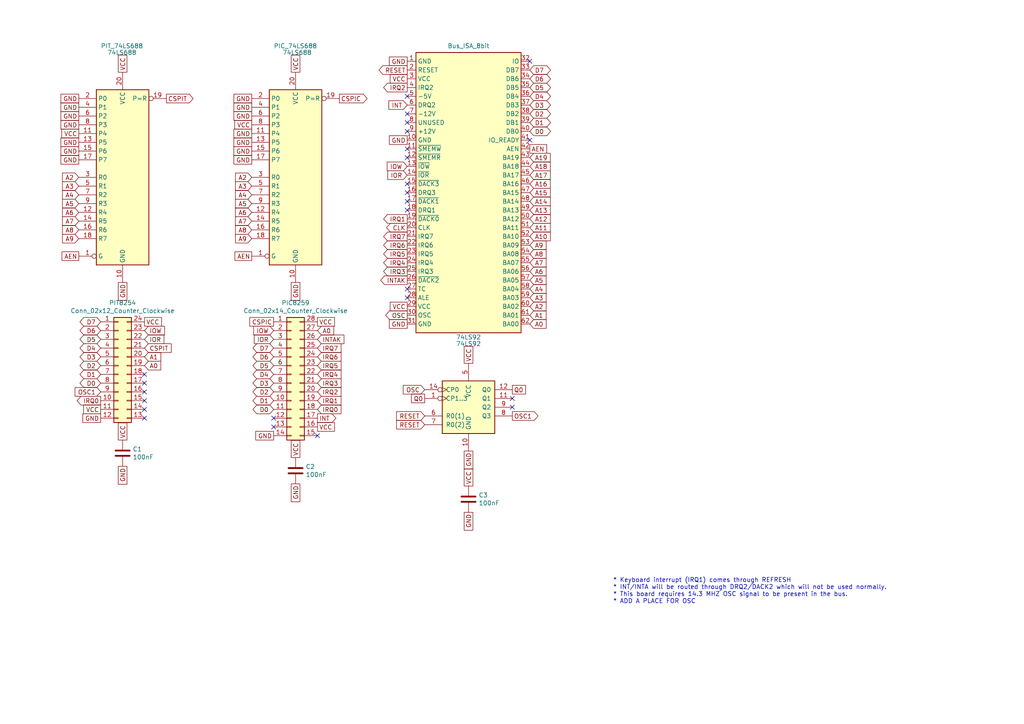
<source format=kicad_sch>
(kicad_sch (version 20211123) (generator eeschema)

  (uuid e63e39d7-6ac0-4ffd-8aa3-1841a4541b55)

  (paper "A4")

  (lib_symbols
    (symbol "74xx:74LS688" (in_bom yes) (on_board yes)
      (property "Reference" "U" (id 0) (at -7.62 26.67 0)
        (effects (font (size 1.27 1.27)))
      )
      (property "Value" "74LS688" (id 1) (at -7.62 -26.67 0)
        (effects (font (size 1.27 1.27)))
      )
      (property "Footprint" "" (id 2) (at 0 0 0)
        (effects (font (size 1.27 1.27)) hide)
      )
      (property "Datasheet" "http://www.ti.com/lit/gpn/sn74LS688" (id 3) (at 0 0 0)
        (effects (font (size 1.27 1.27)) hide)
      )
      (property "ki_keywords" "TTL DECOD Arith" (id 4) (at 0 0 0)
        (effects (font (size 1.27 1.27)) hide)
      )
      (property "ki_description" "8-bit magnitude comparator" (id 5) (at 0 0 0)
        (effects (font (size 1.27 1.27)) hide)
      )
      (property "ki_fp_filters" "DIP?20* SOIC?20* SO?20* TSSOP?20*" (id 6) (at 0 0 0)
        (effects (font (size 1.27 1.27)) hide)
      )
      (symbol "74LS688_1_0"
        (pin input inverted (at -12.7 -22.86 0) (length 5.08)
          (name "G" (effects (font (size 1.27 1.27))))
          (number "1" (effects (font (size 1.27 1.27))))
        )
        (pin power_in line (at 0 -30.48 90) (length 5.08)
          (name "GND" (effects (font (size 1.27 1.27))))
          (number "10" (effects (font (size 1.27 1.27))))
        )
        (pin input line (at -12.7 12.7 0) (length 5.08)
          (name "P4" (effects (font (size 1.27 1.27))))
          (number "11" (effects (font (size 1.27 1.27))))
        )
        (pin input line (at -12.7 -10.16 0) (length 5.08)
          (name "R4" (effects (font (size 1.27 1.27))))
          (number "12" (effects (font (size 1.27 1.27))))
        )
        (pin input line (at -12.7 10.16 0) (length 5.08)
          (name "P5" (effects (font (size 1.27 1.27))))
          (number "13" (effects (font (size 1.27 1.27))))
        )
        (pin input line (at -12.7 -12.7 0) (length 5.08)
          (name "R5" (effects (font (size 1.27 1.27))))
          (number "14" (effects (font (size 1.27 1.27))))
        )
        (pin input line (at -12.7 7.62 0) (length 5.08)
          (name "P6" (effects (font (size 1.27 1.27))))
          (number "15" (effects (font (size 1.27 1.27))))
        )
        (pin input line (at -12.7 -15.24 0) (length 5.08)
          (name "R6" (effects (font (size 1.27 1.27))))
          (number "16" (effects (font (size 1.27 1.27))))
        )
        (pin input line (at -12.7 5.08 0) (length 5.08)
          (name "P7" (effects (font (size 1.27 1.27))))
          (number "17" (effects (font (size 1.27 1.27))))
        )
        (pin input line (at -12.7 -17.78 0) (length 5.08)
          (name "R7" (effects (font (size 1.27 1.27))))
          (number "18" (effects (font (size 1.27 1.27))))
        )
        (pin output inverted (at 12.7 22.86 180) (length 5.08)
          (name "P=R" (effects (font (size 1.27 1.27))))
          (number "19" (effects (font (size 1.27 1.27))))
        )
        (pin input line (at -12.7 22.86 0) (length 5.08)
          (name "P0" (effects (font (size 1.27 1.27))))
          (number "2" (effects (font (size 1.27 1.27))))
        )
        (pin power_in line (at 0 30.48 270) (length 5.08)
          (name "VCC" (effects (font (size 1.27 1.27))))
          (number "20" (effects (font (size 1.27 1.27))))
        )
        (pin input line (at -12.7 0 0) (length 5.08)
          (name "R0" (effects (font (size 1.27 1.27))))
          (number "3" (effects (font (size 1.27 1.27))))
        )
        (pin input line (at -12.7 20.32 0) (length 5.08)
          (name "P1" (effects (font (size 1.27 1.27))))
          (number "4" (effects (font (size 1.27 1.27))))
        )
        (pin input line (at -12.7 -2.54 0) (length 5.08)
          (name "R1" (effects (font (size 1.27 1.27))))
          (number "5" (effects (font (size 1.27 1.27))))
        )
        (pin input line (at -12.7 17.78 0) (length 5.08)
          (name "P2" (effects (font (size 1.27 1.27))))
          (number "6" (effects (font (size 1.27 1.27))))
        )
        (pin input line (at -12.7 -5.08 0) (length 5.08)
          (name "R2" (effects (font (size 1.27 1.27))))
          (number "7" (effects (font (size 1.27 1.27))))
        )
        (pin input line (at -12.7 15.24 0) (length 5.08)
          (name "P3" (effects (font (size 1.27 1.27))))
          (number "8" (effects (font (size 1.27 1.27))))
        )
        (pin input line (at -12.7 -7.62 0) (length 5.08)
          (name "R3" (effects (font (size 1.27 1.27))))
          (number "9" (effects (font (size 1.27 1.27))))
        )
      )
      (symbol "74LS688_1_1"
        (rectangle (start -7.62 25.4) (end 7.62 -25.4)
          (stroke (width 0.254) (type default) (color 0 0 0 0))
          (fill (type background))
        )
      )
    )
    (symbol "74xx:74LS92" (pin_names (offset 1.016)) (in_bom yes) (on_board yes)
      (property "Reference" "U" (id 0) (at -7.62 8.89 0)
        (effects (font (size 1.27 1.27)))
      )
      (property "Value" "74LS92" (id 1) (at -7.62 -8.89 0)
        (effects (font (size 1.27 1.27)))
      )
      (property "Footprint" "" (id 2) (at 0 0 0)
        (effects (font (size 1.27 1.27)) hide)
      )
      (property "Datasheet" "http://www.ti.com/lit/gpn/sn74LS92" (id 3) (at 0 0 0)
        (effects (font (size 1.27 1.27)) hide)
      )
      (property "ki_locked" "" (id 4) (at 0 0 0)
        (effects (font (size 1.27 1.27)))
      )
      (property "ki_keywords" "TTL CNT CNT4" (id 5) (at 0 0 0)
        (effects (font (size 1.27 1.27)) hide)
      )
      (property "ki_description" "Divide by 12 counter" (id 6) (at 0 0 0)
        (effects (font (size 1.27 1.27)) hide)
      )
      (property "ki_fp_filters" "DIP*W7.62mm*" (id 7) (at 0 0 0)
        (effects (font (size 1.27 1.27)) hide)
      )
      (symbol "74LS92_1_0"
        (pin input inverted_clock (at -12.7 2.54 0) (length 5.08)
          (name "CP1..3" (effects (font (size 1.27 1.27))))
          (number "1" (effects (font (size 1.27 1.27))))
        )
        (pin power_in line (at 0 -12.7 90) (length 5.08)
          (name "GND" (effects (font (size 1.27 1.27))))
          (number "10" (effects (font (size 1.27 1.27))))
        )
        (pin output line (at 12.7 2.54 180) (length 5.08)
          (name "Q1" (effects (font (size 1.27 1.27))))
          (number "11" (effects (font (size 1.27 1.27))))
        )
        (pin output line (at 12.7 5.08 180) (length 5.08)
          (name "Q0" (effects (font (size 1.27 1.27))))
          (number "12" (effects (font (size 1.27 1.27))))
        )
        (pin input inverted_clock (at -12.7 5.08 0) (length 5.08)
          (name "CP0" (effects (font (size 1.27 1.27))))
          (number "14" (effects (font (size 1.27 1.27))))
        )
        (pin power_in line (at 0 12.7 270) (length 5.08)
          (name "VCC" (effects (font (size 1.27 1.27))))
          (number "5" (effects (font (size 1.27 1.27))))
        )
        (pin input line (at -12.7 -2.54 0) (length 5.08)
          (name "R0(1)" (effects (font (size 1.27 1.27))))
          (number "6" (effects (font (size 1.27 1.27))))
        )
        (pin input line (at -12.7 -5.08 0) (length 5.08)
          (name "R0(2)" (effects (font (size 1.27 1.27))))
          (number "7" (effects (font (size 1.27 1.27))))
        )
        (pin output line (at 12.7 -2.54 180) (length 5.08)
          (name "Q3" (effects (font (size 1.27 1.27))))
          (number "8" (effects (font (size 1.27 1.27))))
        )
        (pin output line (at 12.7 0 180) (length 5.08)
          (name "Q2" (effects (font (size 1.27 1.27))))
          (number "9" (effects (font (size 1.27 1.27))))
        )
      )
      (symbol "74LS92_1_1"
        (rectangle (start -7.62 7.62) (end 7.62 -7.62)
          (stroke (width 0.254) (type default) (color 0 0 0 0))
          (fill (type background))
        )
      )
    )
    (symbol "Connector:Bus_ISA_8bit" (in_bom yes) (on_board yes)
      (property "Reference" "J" (id 0) (at 0 42.545 0)
        (effects (font (size 1.27 1.27)))
      )
      (property "Value" "Bus_ISA_8bit" (id 1) (at 0 -42.545 0)
        (effects (font (size 1.27 1.27)))
      )
      (property "Footprint" "" (id 2) (at 0 0 0)
        (effects (font (size 1.27 1.27)) hide)
      )
      (property "Datasheet" "https://en.wikipedia.org/wiki/Industry_Standard_Architecture" (id 3) (at 0 0 0)
        (effects (font (size 1.27 1.27)) hide)
      )
      (property "ki_keywords" "ISA" (id 4) (at 0 0 0)
        (effects (font (size 1.27 1.27)) hide)
      )
      (property "ki_description" "8-bit ISA-PC bus connector" (id 5) (at 0 0 0)
        (effects (font (size 1.27 1.27)) hide)
      )
      (symbol "Bus_ISA_8bit_0_1"
        (rectangle (start -15.24 -40.64) (end 15.24 40.64)
          (stroke (width 0.254) (type default) (color 0 0 0 0))
          (fill (type background))
        )
      )
      (symbol "Bus_ISA_8bit_1_1"
        (pin power_in line (at -17.78 38.1 0) (length 2.54)
          (name "GND" (effects (font (size 1.27 1.27))))
          (number "1" (effects (font (size 1.27 1.27))))
        )
        (pin power_in line (at -17.78 15.24 0) (length 2.54)
          (name "GND" (effects (font (size 1.27 1.27))))
          (number "10" (effects (font (size 1.27 1.27))))
        )
        (pin output line (at -17.78 12.7 0) (length 2.54)
          (name "~{SMEMW}" (effects (font (size 1.27 1.27))))
          (number "11" (effects (font (size 1.27 1.27))))
        )
        (pin output line (at -17.78 10.16 0) (length 2.54)
          (name "~{SMEMR}" (effects (font (size 1.27 1.27))))
          (number "12" (effects (font (size 1.27 1.27))))
        )
        (pin output line (at -17.78 7.62 0) (length 2.54)
          (name "~{IOW}" (effects (font (size 1.27 1.27))))
          (number "13" (effects (font (size 1.27 1.27))))
        )
        (pin output line (at -17.78 5.08 0) (length 2.54)
          (name "~{IOR}" (effects (font (size 1.27 1.27))))
          (number "14" (effects (font (size 1.27 1.27))))
        )
        (pin passive line (at -17.78 2.54 0) (length 2.54)
          (name "~{DACK3}" (effects (font (size 1.27 1.27))))
          (number "15" (effects (font (size 1.27 1.27))))
        )
        (pin passive line (at -17.78 0 0) (length 2.54)
          (name "DRQ3" (effects (font (size 1.27 1.27))))
          (number "16" (effects (font (size 1.27 1.27))))
        )
        (pin passive line (at -17.78 -2.54 0) (length 2.54)
          (name "~{DACK1}" (effects (font (size 1.27 1.27))))
          (number "17" (effects (font (size 1.27 1.27))))
        )
        (pin passive line (at -17.78 -5.08 0) (length 2.54)
          (name "DRQ1" (effects (font (size 1.27 1.27))))
          (number "18" (effects (font (size 1.27 1.27))))
        )
        (pin passive line (at -17.78 -7.62 0) (length 2.54)
          (name "~{DACK0}" (effects (font (size 1.27 1.27))))
          (number "19" (effects (font (size 1.27 1.27))))
        )
        (pin output line (at -17.78 35.56 0) (length 2.54)
          (name "RESET" (effects (font (size 1.27 1.27))))
          (number "2" (effects (font (size 1.27 1.27))))
        )
        (pin output line (at -17.78 -10.16 0) (length 2.54)
          (name "CLK" (effects (font (size 1.27 1.27))))
          (number "20" (effects (font (size 1.27 1.27))))
        )
        (pin passive line (at -17.78 -12.7 0) (length 2.54)
          (name "IRQ7" (effects (font (size 1.27 1.27))))
          (number "21" (effects (font (size 1.27 1.27))))
        )
        (pin passive line (at -17.78 -15.24 0) (length 2.54)
          (name "IRQ6" (effects (font (size 1.27 1.27))))
          (number "22" (effects (font (size 1.27 1.27))))
        )
        (pin passive line (at -17.78 -17.78 0) (length 2.54)
          (name "IRQ5" (effects (font (size 1.27 1.27))))
          (number "23" (effects (font (size 1.27 1.27))))
        )
        (pin passive line (at -17.78 -20.32 0) (length 2.54)
          (name "IRQ4" (effects (font (size 1.27 1.27))))
          (number "24" (effects (font (size 1.27 1.27))))
        )
        (pin passive line (at -17.78 -22.86 0) (length 2.54)
          (name "IRQ3" (effects (font (size 1.27 1.27))))
          (number "25" (effects (font (size 1.27 1.27))))
        )
        (pin passive line (at -17.78 -25.4 0) (length 2.54)
          (name "~{DACK2}" (effects (font (size 1.27 1.27))))
          (number "26" (effects (font (size 1.27 1.27))))
        )
        (pin passive line (at -17.78 -27.94 0) (length 2.54)
          (name "TC" (effects (font (size 1.27 1.27))))
          (number "27" (effects (font (size 1.27 1.27))))
        )
        (pin output line (at -17.78 -30.48 0) (length 2.54)
          (name "ALE" (effects (font (size 1.27 1.27))))
          (number "28" (effects (font (size 1.27 1.27))))
        )
        (pin power_in line (at -17.78 -33.02 0) (length 2.54)
          (name "VCC" (effects (font (size 1.27 1.27))))
          (number "29" (effects (font (size 1.27 1.27))))
        )
        (pin power_in line (at -17.78 33.02 0) (length 2.54)
          (name "VCC" (effects (font (size 1.27 1.27))))
          (number "3" (effects (font (size 1.27 1.27))))
        )
        (pin output line (at -17.78 -35.56 0) (length 2.54)
          (name "OSC" (effects (font (size 1.27 1.27))))
          (number "30" (effects (font (size 1.27 1.27))))
        )
        (pin power_in line (at -17.78 -38.1 0) (length 2.54)
          (name "GND" (effects (font (size 1.27 1.27))))
          (number "31" (effects (font (size 1.27 1.27))))
        )
        (pin passive line (at 17.78 38.1 180) (length 2.54)
          (name "IO" (effects (font (size 1.27 1.27))))
          (number "32" (effects (font (size 1.27 1.27))))
        )
        (pin tri_state line (at 17.78 35.56 180) (length 2.54)
          (name "DB7" (effects (font (size 1.27 1.27))))
          (number "33" (effects (font (size 1.27 1.27))))
        )
        (pin tri_state line (at 17.78 33.02 180) (length 2.54)
          (name "DB6" (effects (font (size 1.27 1.27))))
          (number "34" (effects (font (size 1.27 1.27))))
        )
        (pin tri_state line (at 17.78 30.48 180) (length 2.54)
          (name "DB5" (effects (font (size 1.27 1.27))))
          (number "35" (effects (font (size 1.27 1.27))))
        )
        (pin tri_state line (at 17.78 27.94 180) (length 2.54)
          (name "DB4" (effects (font (size 1.27 1.27))))
          (number "36" (effects (font (size 1.27 1.27))))
        )
        (pin tri_state line (at 17.78 25.4 180) (length 2.54)
          (name "DB3" (effects (font (size 1.27 1.27))))
          (number "37" (effects (font (size 1.27 1.27))))
        )
        (pin tri_state line (at 17.78 22.86 180) (length 2.54)
          (name "DB2" (effects (font (size 1.27 1.27))))
          (number "38" (effects (font (size 1.27 1.27))))
        )
        (pin tri_state line (at 17.78 20.32 180) (length 2.54)
          (name "DB1" (effects (font (size 1.27 1.27))))
          (number "39" (effects (font (size 1.27 1.27))))
        )
        (pin passive line (at -17.78 30.48 0) (length 2.54)
          (name "IRQ2" (effects (font (size 1.27 1.27))))
          (number "4" (effects (font (size 1.27 1.27))))
        )
        (pin tri_state line (at 17.78 17.78 180) (length 2.54)
          (name "DB0" (effects (font (size 1.27 1.27))))
          (number "40" (effects (font (size 1.27 1.27))))
        )
        (pin passive line (at 17.78 15.24 180) (length 2.54)
          (name "IO_READY" (effects (font (size 1.27 1.27))))
          (number "41" (effects (font (size 1.27 1.27))))
        )
        (pin output line (at 17.78 12.7 180) (length 2.54)
          (name "AEN" (effects (font (size 1.27 1.27))))
          (number "42" (effects (font (size 1.27 1.27))))
        )
        (pin tri_state line (at 17.78 10.16 180) (length 2.54)
          (name "BA19" (effects (font (size 1.27 1.27))))
          (number "43" (effects (font (size 1.27 1.27))))
        )
        (pin tri_state line (at 17.78 7.62 180) (length 2.54)
          (name "BA18" (effects (font (size 1.27 1.27))))
          (number "44" (effects (font (size 1.27 1.27))))
        )
        (pin tri_state line (at 17.78 5.08 180) (length 2.54)
          (name "BA17" (effects (font (size 1.27 1.27))))
          (number "45" (effects (font (size 1.27 1.27))))
        )
        (pin tri_state line (at 17.78 2.54 180) (length 2.54)
          (name "BA16" (effects (font (size 1.27 1.27))))
          (number "46" (effects (font (size 1.27 1.27))))
        )
        (pin tri_state line (at 17.78 0 180) (length 2.54)
          (name "BA15" (effects (font (size 1.27 1.27))))
          (number "47" (effects (font (size 1.27 1.27))))
        )
        (pin tri_state line (at 17.78 -2.54 180) (length 2.54)
          (name "BA14" (effects (font (size 1.27 1.27))))
          (number "48" (effects (font (size 1.27 1.27))))
        )
        (pin tri_state line (at 17.78 -5.08 180) (length 2.54)
          (name "BA13" (effects (font (size 1.27 1.27))))
          (number "49" (effects (font (size 1.27 1.27))))
        )
        (pin power_in line (at -17.78 27.94 0) (length 2.54)
          (name "-5V" (effects (font (size 1.27 1.27))))
          (number "5" (effects (font (size 1.27 1.27))))
        )
        (pin tri_state line (at 17.78 -7.62 180) (length 2.54)
          (name "BA12" (effects (font (size 1.27 1.27))))
          (number "50" (effects (font (size 1.27 1.27))))
        )
        (pin tri_state line (at 17.78 -10.16 180) (length 2.54)
          (name "BA11" (effects (font (size 1.27 1.27))))
          (number "51" (effects (font (size 1.27 1.27))))
        )
        (pin tri_state line (at 17.78 -12.7 180) (length 2.54)
          (name "BA10" (effects (font (size 1.27 1.27))))
          (number "52" (effects (font (size 1.27 1.27))))
        )
        (pin tri_state line (at 17.78 -15.24 180) (length 2.54)
          (name "BA09" (effects (font (size 1.27 1.27))))
          (number "53" (effects (font (size 1.27 1.27))))
        )
        (pin tri_state line (at 17.78 -17.78 180) (length 2.54)
          (name "BA08" (effects (font (size 1.27 1.27))))
          (number "54" (effects (font (size 1.27 1.27))))
        )
        (pin tri_state line (at 17.78 -20.32 180) (length 2.54)
          (name "BA07" (effects (font (size 1.27 1.27))))
          (number "55" (effects (font (size 1.27 1.27))))
        )
        (pin tri_state line (at 17.78 -22.86 180) (length 2.54)
          (name "BA06" (effects (font (size 1.27 1.27))))
          (number "56" (effects (font (size 1.27 1.27))))
        )
        (pin tri_state line (at 17.78 -25.4 180) (length 2.54)
          (name "BA05" (effects (font (size 1.27 1.27))))
          (number "57" (effects (font (size 1.27 1.27))))
        )
        (pin tri_state line (at 17.78 -27.94 180) (length 2.54)
          (name "BA04" (effects (font (size 1.27 1.27))))
          (number "58" (effects (font (size 1.27 1.27))))
        )
        (pin tri_state line (at 17.78 -30.48 180) (length 2.54)
          (name "BA03" (effects (font (size 1.27 1.27))))
          (number "59" (effects (font (size 1.27 1.27))))
        )
        (pin passive line (at -17.78 25.4 0) (length 2.54)
          (name "DRQ2" (effects (font (size 1.27 1.27))))
          (number "6" (effects (font (size 1.27 1.27))))
        )
        (pin tri_state line (at 17.78 -33.02 180) (length 2.54)
          (name "BA02" (effects (font (size 1.27 1.27))))
          (number "60" (effects (font (size 1.27 1.27))))
        )
        (pin tri_state line (at 17.78 -35.56 180) (length 2.54)
          (name "BA01" (effects (font (size 1.27 1.27))))
          (number "61" (effects (font (size 1.27 1.27))))
        )
        (pin tri_state line (at 17.78 -38.1 180) (length 2.54)
          (name "BA00" (effects (font (size 1.27 1.27))))
          (number "62" (effects (font (size 1.27 1.27))))
        )
        (pin power_in line (at -17.78 22.86 0) (length 2.54)
          (name "-12V" (effects (font (size 1.27 1.27))))
          (number "7" (effects (font (size 1.27 1.27))))
        )
        (pin passive line (at -17.78 20.32 0) (length 2.54)
          (name "UNUSED" (effects (font (size 1.27 1.27))))
          (number "8" (effects (font (size 1.27 1.27))))
        )
        (pin power_in line (at -17.78 17.78 0) (length 2.54)
          (name "+12V" (effects (font (size 1.27 1.27))))
          (number "9" (effects (font (size 1.27 1.27))))
        )
      )
    )
    (symbol "Connector_Generic:Conn_02x12_Counter_Clockwise" (pin_names (offset 1.016) hide) (in_bom yes) (on_board yes)
      (property "Reference" "J" (id 0) (at 1.27 15.24 0)
        (effects (font (size 1.27 1.27)))
      )
      (property "Value" "Conn_02x12_Counter_Clockwise" (id 1) (at 1.27 -17.78 0)
        (effects (font (size 1.27 1.27)))
      )
      (property "Footprint" "" (id 2) (at 0 0 0)
        (effects (font (size 1.27 1.27)) hide)
      )
      (property "Datasheet" "~" (id 3) (at 0 0 0)
        (effects (font (size 1.27 1.27)) hide)
      )
      (property "ki_keywords" "connector" (id 4) (at 0 0 0)
        (effects (font (size 1.27 1.27)) hide)
      )
      (property "ki_description" "Generic connector, double row, 02x12, counter clockwise pin numbering scheme (similar to DIP packge numbering), script generated (kicad-library-utils/schlib/autogen/connector/)" (id 5) (at 0 0 0)
        (effects (font (size 1.27 1.27)) hide)
      )
      (property "ki_fp_filters" "Connector*:*_2x??_*" (id 6) (at 0 0 0)
        (effects (font (size 1.27 1.27)) hide)
      )
      (symbol "Conn_02x12_Counter_Clockwise_1_1"
        (rectangle (start -1.27 -15.113) (end 0 -15.367)
          (stroke (width 0.1524) (type default) (color 0 0 0 0))
          (fill (type none))
        )
        (rectangle (start -1.27 -12.573) (end 0 -12.827)
          (stroke (width 0.1524) (type default) (color 0 0 0 0))
          (fill (type none))
        )
        (rectangle (start -1.27 -10.033) (end 0 -10.287)
          (stroke (width 0.1524) (type default) (color 0 0 0 0))
          (fill (type none))
        )
        (rectangle (start -1.27 -7.493) (end 0 -7.747)
          (stroke (width 0.1524) (type default) (color 0 0 0 0))
          (fill (type none))
        )
        (rectangle (start -1.27 -4.953) (end 0 -5.207)
          (stroke (width 0.1524) (type default) (color 0 0 0 0))
          (fill (type none))
        )
        (rectangle (start -1.27 -2.413) (end 0 -2.667)
          (stroke (width 0.1524) (type default) (color 0 0 0 0))
          (fill (type none))
        )
        (rectangle (start -1.27 0.127) (end 0 -0.127)
          (stroke (width 0.1524) (type default) (color 0 0 0 0))
          (fill (type none))
        )
        (rectangle (start -1.27 2.667) (end 0 2.413)
          (stroke (width 0.1524) (type default) (color 0 0 0 0))
          (fill (type none))
        )
        (rectangle (start -1.27 5.207) (end 0 4.953)
          (stroke (width 0.1524) (type default) (color 0 0 0 0))
          (fill (type none))
        )
        (rectangle (start -1.27 7.747) (end 0 7.493)
          (stroke (width 0.1524) (type default) (color 0 0 0 0))
          (fill (type none))
        )
        (rectangle (start -1.27 10.287) (end 0 10.033)
          (stroke (width 0.1524) (type default) (color 0 0 0 0))
          (fill (type none))
        )
        (rectangle (start -1.27 12.827) (end 0 12.573)
          (stroke (width 0.1524) (type default) (color 0 0 0 0))
          (fill (type none))
        )
        (rectangle (start -1.27 13.97) (end 3.81 -16.51)
          (stroke (width 0.254) (type default) (color 0 0 0 0))
          (fill (type background))
        )
        (rectangle (start 3.81 -15.113) (end 2.54 -15.367)
          (stroke (width 0.1524) (type default) (color 0 0 0 0))
          (fill (type none))
        )
        (rectangle (start 3.81 -12.573) (end 2.54 -12.827)
          (stroke (width 0.1524) (type default) (color 0 0 0 0))
          (fill (type none))
        )
        (rectangle (start 3.81 -10.033) (end 2.54 -10.287)
          (stroke (width 0.1524) (type default) (color 0 0 0 0))
          (fill (type none))
        )
        (rectangle (start 3.81 -7.493) (end 2.54 -7.747)
          (stroke (width 0.1524) (type default) (color 0 0 0 0))
          (fill (type none))
        )
        (rectangle (start 3.81 -4.953) (end 2.54 -5.207)
          (stroke (width 0.1524) (type default) (color 0 0 0 0))
          (fill (type none))
        )
        (rectangle (start 3.81 -2.413) (end 2.54 -2.667)
          (stroke (width 0.1524) (type default) (color 0 0 0 0))
          (fill (type none))
        )
        (rectangle (start 3.81 0.127) (end 2.54 -0.127)
          (stroke (width 0.1524) (type default) (color 0 0 0 0))
          (fill (type none))
        )
        (rectangle (start 3.81 2.667) (end 2.54 2.413)
          (stroke (width 0.1524) (type default) (color 0 0 0 0))
          (fill (type none))
        )
        (rectangle (start 3.81 5.207) (end 2.54 4.953)
          (stroke (width 0.1524) (type default) (color 0 0 0 0))
          (fill (type none))
        )
        (rectangle (start 3.81 7.747) (end 2.54 7.493)
          (stroke (width 0.1524) (type default) (color 0 0 0 0))
          (fill (type none))
        )
        (rectangle (start 3.81 10.287) (end 2.54 10.033)
          (stroke (width 0.1524) (type default) (color 0 0 0 0))
          (fill (type none))
        )
        (rectangle (start 3.81 12.827) (end 2.54 12.573)
          (stroke (width 0.1524) (type default) (color 0 0 0 0))
          (fill (type none))
        )
        (pin passive line (at -5.08 12.7 0) (length 3.81)
          (name "Pin_1" (effects (font (size 1.27 1.27))))
          (number "1" (effects (font (size 1.27 1.27))))
        )
        (pin passive line (at -5.08 -10.16 0) (length 3.81)
          (name "Pin_10" (effects (font (size 1.27 1.27))))
          (number "10" (effects (font (size 1.27 1.27))))
        )
        (pin passive line (at -5.08 -12.7 0) (length 3.81)
          (name "Pin_11" (effects (font (size 1.27 1.27))))
          (number "11" (effects (font (size 1.27 1.27))))
        )
        (pin passive line (at -5.08 -15.24 0) (length 3.81)
          (name "Pin_12" (effects (font (size 1.27 1.27))))
          (number "12" (effects (font (size 1.27 1.27))))
        )
        (pin passive line (at 7.62 -15.24 180) (length 3.81)
          (name "Pin_13" (effects (font (size 1.27 1.27))))
          (number "13" (effects (font (size 1.27 1.27))))
        )
        (pin passive line (at 7.62 -12.7 180) (length 3.81)
          (name "Pin_14" (effects (font (size 1.27 1.27))))
          (number "14" (effects (font (size 1.27 1.27))))
        )
        (pin passive line (at 7.62 -10.16 180) (length 3.81)
          (name "Pin_15" (effects (font (size 1.27 1.27))))
          (number "15" (effects (font (size 1.27 1.27))))
        )
        (pin passive line (at 7.62 -7.62 180) (length 3.81)
          (name "Pin_16" (effects (font (size 1.27 1.27))))
          (number "16" (effects (font (size 1.27 1.27))))
        )
        (pin passive line (at 7.62 -5.08 180) (length 3.81)
          (name "Pin_17" (effects (font (size 1.27 1.27))))
          (number "17" (effects (font (size 1.27 1.27))))
        )
        (pin passive line (at 7.62 -2.54 180) (length 3.81)
          (name "Pin_18" (effects (font (size 1.27 1.27))))
          (number "18" (effects (font (size 1.27 1.27))))
        )
        (pin passive line (at 7.62 0 180) (length 3.81)
          (name "Pin_19" (effects (font (size 1.27 1.27))))
          (number "19" (effects (font (size 1.27 1.27))))
        )
        (pin passive line (at -5.08 10.16 0) (length 3.81)
          (name "Pin_2" (effects (font (size 1.27 1.27))))
          (number "2" (effects (font (size 1.27 1.27))))
        )
        (pin passive line (at 7.62 2.54 180) (length 3.81)
          (name "Pin_20" (effects (font (size 1.27 1.27))))
          (number "20" (effects (font (size 1.27 1.27))))
        )
        (pin passive line (at 7.62 5.08 180) (length 3.81)
          (name "Pin_21" (effects (font (size 1.27 1.27))))
          (number "21" (effects (font (size 1.27 1.27))))
        )
        (pin passive line (at 7.62 7.62 180) (length 3.81)
          (name "Pin_22" (effects (font (size 1.27 1.27))))
          (number "22" (effects (font (size 1.27 1.27))))
        )
        (pin passive line (at 7.62 10.16 180) (length 3.81)
          (name "Pin_23" (effects (font (size 1.27 1.27))))
          (number "23" (effects (font (size 1.27 1.27))))
        )
        (pin passive line (at 7.62 12.7 180) (length 3.81)
          (name "Pin_24" (effects (font (size 1.27 1.27))))
          (number "24" (effects (font (size 1.27 1.27))))
        )
        (pin passive line (at -5.08 7.62 0) (length 3.81)
          (name "Pin_3" (effects (font (size 1.27 1.27))))
          (number "3" (effects (font (size 1.27 1.27))))
        )
        (pin passive line (at -5.08 5.08 0) (length 3.81)
          (name "Pin_4" (effects (font (size 1.27 1.27))))
          (number "4" (effects (font (size 1.27 1.27))))
        )
        (pin passive line (at -5.08 2.54 0) (length 3.81)
          (name "Pin_5" (effects (font (size 1.27 1.27))))
          (number "5" (effects (font (size 1.27 1.27))))
        )
        (pin passive line (at -5.08 0 0) (length 3.81)
          (name "Pin_6" (effects (font (size 1.27 1.27))))
          (number "6" (effects (font (size 1.27 1.27))))
        )
        (pin passive line (at -5.08 -2.54 0) (length 3.81)
          (name "Pin_7" (effects (font (size 1.27 1.27))))
          (number "7" (effects (font (size 1.27 1.27))))
        )
        (pin passive line (at -5.08 -5.08 0) (length 3.81)
          (name "Pin_8" (effects (font (size 1.27 1.27))))
          (number "8" (effects (font (size 1.27 1.27))))
        )
        (pin passive line (at -5.08 -7.62 0) (length 3.81)
          (name "Pin_9" (effects (font (size 1.27 1.27))))
          (number "9" (effects (font (size 1.27 1.27))))
        )
      )
    )
    (symbol "Connector_Generic:Conn_02x14_Counter_Clockwise" (pin_names (offset 1.016) hide) (in_bom yes) (on_board yes)
      (property "Reference" "J" (id 0) (at 1.27 17.78 0)
        (effects (font (size 1.27 1.27)))
      )
      (property "Value" "Conn_02x14_Counter_Clockwise" (id 1) (at 1.27 -20.32 0)
        (effects (font (size 1.27 1.27)))
      )
      (property "Footprint" "" (id 2) (at 0 0 0)
        (effects (font (size 1.27 1.27)) hide)
      )
      (property "Datasheet" "~" (id 3) (at 0 0 0)
        (effects (font (size 1.27 1.27)) hide)
      )
      (property "ki_keywords" "connector" (id 4) (at 0 0 0)
        (effects (font (size 1.27 1.27)) hide)
      )
      (property "ki_description" "Generic connector, double row, 02x14, counter clockwise pin numbering scheme (similar to DIP packge numbering), script generated (kicad-library-utils/schlib/autogen/connector/)" (id 5) (at 0 0 0)
        (effects (font (size 1.27 1.27)) hide)
      )
      (property "ki_fp_filters" "Connector*:*_2x??_*" (id 6) (at 0 0 0)
        (effects (font (size 1.27 1.27)) hide)
      )
      (symbol "Conn_02x14_Counter_Clockwise_1_1"
        (rectangle (start -1.27 -17.653) (end 0 -17.907)
          (stroke (width 0.1524) (type default) (color 0 0 0 0))
          (fill (type none))
        )
        (rectangle (start -1.27 -15.113) (end 0 -15.367)
          (stroke (width 0.1524) (type default) (color 0 0 0 0))
          (fill (type none))
        )
        (rectangle (start -1.27 -12.573) (end 0 -12.827)
          (stroke (width 0.1524) (type default) (color 0 0 0 0))
          (fill (type none))
        )
        (rectangle (start -1.27 -10.033) (end 0 -10.287)
          (stroke (width 0.1524) (type default) (color 0 0 0 0))
          (fill (type none))
        )
        (rectangle (start -1.27 -7.493) (end 0 -7.747)
          (stroke (width 0.1524) (type default) (color 0 0 0 0))
          (fill (type none))
        )
        (rectangle (start -1.27 -4.953) (end 0 -5.207)
          (stroke (width 0.1524) (type default) (color 0 0 0 0))
          (fill (type none))
        )
        (rectangle (start -1.27 -2.413) (end 0 -2.667)
          (stroke (width 0.1524) (type default) (color 0 0 0 0))
          (fill (type none))
        )
        (rectangle (start -1.27 0.127) (end 0 -0.127)
          (stroke (width 0.1524) (type default) (color 0 0 0 0))
          (fill (type none))
        )
        (rectangle (start -1.27 2.667) (end 0 2.413)
          (stroke (width 0.1524) (type default) (color 0 0 0 0))
          (fill (type none))
        )
        (rectangle (start -1.27 5.207) (end 0 4.953)
          (stroke (width 0.1524) (type default) (color 0 0 0 0))
          (fill (type none))
        )
        (rectangle (start -1.27 7.747) (end 0 7.493)
          (stroke (width 0.1524) (type default) (color 0 0 0 0))
          (fill (type none))
        )
        (rectangle (start -1.27 10.287) (end 0 10.033)
          (stroke (width 0.1524) (type default) (color 0 0 0 0))
          (fill (type none))
        )
        (rectangle (start -1.27 12.827) (end 0 12.573)
          (stroke (width 0.1524) (type default) (color 0 0 0 0))
          (fill (type none))
        )
        (rectangle (start -1.27 15.367) (end 0 15.113)
          (stroke (width 0.1524) (type default) (color 0 0 0 0))
          (fill (type none))
        )
        (rectangle (start -1.27 16.51) (end 3.81 -19.05)
          (stroke (width 0.254) (type default) (color 0 0 0 0))
          (fill (type background))
        )
        (rectangle (start 3.81 -17.653) (end 2.54 -17.907)
          (stroke (width 0.1524) (type default) (color 0 0 0 0))
          (fill (type none))
        )
        (rectangle (start 3.81 -15.113) (end 2.54 -15.367)
          (stroke (width 0.1524) (type default) (color 0 0 0 0))
          (fill (type none))
        )
        (rectangle (start 3.81 -12.573) (end 2.54 -12.827)
          (stroke (width 0.1524) (type default) (color 0 0 0 0))
          (fill (type none))
        )
        (rectangle (start 3.81 -10.033) (end 2.54 -10.287)
          (stroke (width 0.1524) (type default) (color 0 0 0 0))
          (fill (type none))
        )
        (rectangle (start 3.81 -7.493) (end 2.54 -7.747)
          (stroke (width 0.1524) (type default) (color 0 0 0 0))
          (fill (type none))
        )
        (rectangle (start 3.81 -4.953) (end 2.54 -5.207)
          (stroke (width 0.1524) (type default) (color 0 0 0 0))
          (fill (type none))
        )
        (rectangle (start 3.81 -2.413) (end 2.54 -2.667)
          (stroke (width 0.1524) (type default) (color 0 0 0 0))
          (fill (type none))
        )
        (rectangle (start 3.81 0.127) (end 2.54 -0.127)
          (stroke (width 0.1524) (type default) (color 0 0 0 0))
          (fill (type none))
        )
        (rectangle (start 3.81 2.667) (end 2.54 2.413)
          (stroke (width 0.1524) (type default) (color 0 0 0 0))
          (fill (type none))
        )
        (rectangle (start 3.81 5.207) (end 2.54 4.953)
          (stroke (width 0.1524) (type default) (color 0 0 0 0))
          (fill (type none))
        )
        (rectangle (start 3.81 7.747) (end 2.54 7.493)
          (stroke (width 0.1524) (type default) (color 0 0 0 0))
          (fill (type none))
        )
        (rectangle (start 3.81 10.287) (end 2.54 10.033)
          (stroke (width 0.1524) (type default) (color 0 0 0 0))
          (fill (type none))
        )
        (rectangle (start 3.81 12.827) (end 2.54 12.573)
          (stroke (width 0.1524) (type default) (color 0 0 0 0))
          (fill (type none))
        )
        (rectangle (start 3.81 15.367) (end 2.54 15.113)
          (stroke (width 0.1524) (type default) (color 0 0 0 0))
          (fill (type none))
        )
        (pin passive line (at -5.08 15.24 0) (length 3.81)
          (name "Pin_1" (effects (font (size 1.27 1.27))))
          (number "1" (effects (font (size 1.27 1.27))))
        )
        (pin passive line (at -5.08 -7.62 0) (length 3.81)
          (name "Pin_10" (effects (font (size 1.27 1.27))))
          (number "10" (effects (font (size 1.27 1.27))))
        )
        (pin passive line (at -5.08 -10.16 0) (length 3.81)
          (name "Pin_11" (effects (font (size 1.27 1.27))))
          (number "11" (effects (font (size 1.27 1.27))))
        )
        (pin passive line (at -5.08 -12.7 0) (length 3.81)
          (name "Pin_12" (effects (font (size 1.27 1.27))))
          (number "12" (effects (font (size 1.27 1.27))))
        )
        (pin passive line (at -5.08 -15.24 0) (length 3.81)
          (name "Pin_13" (effects (font (size 1.27 1.27))))
          (number "13" (effects (font (size 1.27 1.27))))
        )
        (pin passive line (at -5.08 -17.78 0) (length 3.81)
          (name "Pin_14" (effects (font (size 1.27 1.27))))
          (number "14" (effects (font (size 1.27 1.27))))
        )
        (pin passive line (at 7.62 -17.78 180) (length 3.81)
          (name "Pin_15" (effects (font (size 1.27 1.27))))
          (number "15" (effects (font (size 1.27 1.27))))
        )
        (pin passive line (at 7.62 -15.24 180) (length 3.81)
          (name "Pin_16" (effects (font (size 1.27 1.27))))
          (number "16" (effects (font (size 1.27 1.27))))
        )
        (pin passive line (at 7.62 -12.7 180) (length 3.81)
          (name "Pin_17" (effects (font (size 1.27 1.27))))
          (number "17" (effects (font (size 1.27 1.27))))
        )
        (pin passive line (at 7.62 -10.16 180) (length 3.81)
          (name "Pin_18" (effects (font (size 1.27 1.27))))
          (number "18" (effects (font (size 1.27 1.27))))
        )
        (pin passive line (at 7.62 -7.62 180) (length 3.81)
          (name "Pin_19" (effects (font (size 1.27 1.27))))
          (number "19" (effects (font (size 1.27 1.27))))
        )
        (pin passive line (at -5.08 12.7 0) (length 3.81)
          (name "Pin_2" (effects (font (size 1.27 1.27))))
          (number "2" (effects (font (size 1.27 1.27))))
        )
        (pin passive line (at 7.62 -5.08 180) (length 3.81)
          (name "Pin_20" (effects (font (size 1.27 1.27))))
          (number "20" (effects (font (size 1.27 1.27))))
        )
        (pin passive line (at 7.62 -2.54 180) (length 3.81)
          (name "Pin_21" (effects (font (size 1.27 1.27))))
          (number "21" (effects (font (size 1.27 1.27))))
        )
        (pin passive line (at 7.62 0 180) (length 3.81)
          (name "Pin_22" (effects (font (size 1.27 1.27))))
          (number "22" (effects (font (size 1.27 1.27))))
        )
        (pin passive line (at 7.62 2.54 180) (length 3.81)
          (name "Pin_23" (effects (font (size 1.27 1.27))))
          (number "23" (effects (font (size 1.27 1.27))))
        )
        (pin passive line (at 7.62 5.08 180) (length 3.81)
          (name "Pin_24" (effects (font (size 1.27 1.27))))
          (number "24" (effects (font (size 1.27 1.27))))
        )
        (pin passive line (at 7.62 7.62 180) (length 3.81)
          (name "Pin_25" (effects (font (size 1.27 1.27))))
          (number "25" (effects (font (size 1.27 1.27))))
        )
        (pin passive line (at 7.62 10.16 180) (length 3.81)
          (name "Pin_26" (effects (font (size 1.27 1.27))))
          (number "26" (effects (font (size 1.27 1.27))))
        )
        (pin passive line (at 7.62 12.7 180) (length 3.81)
          (name "Pin_27" (effects (font (size 1.27 1.27))))
          (number "27" (effects (font (size 1.27 1.27))))
        )
        (pin passive line (at 7.62 15.24 180) (length 3.81)
          (name "Pin_28" (effects (font (size 1.27 1.27))))
          (number "28" (effects (font (size 1.27 1.27))))
        )
        (pin passive line (at -5.08 10.16 0) (length 3.81)
          (name "Pin_3" (effects (font (size 1.27 1.27))))
          (number "3" (effects (font (size 1.27 1.27))))
        )
        (pin passive line (at -5.08 7.62 0) (length 3.81)
          (name "Pin_4" (effects (font (size 1.27 1.27))))
          (number "4" (effects (font (size 1.27 1.27))))
        )
        (pin passive line (at -5.08 5.08 0) (length 3.81)
          (name "Pin_5" (effects (font (size 1.27 1.27))))
          (number "5" (effects (font (size 1.27 1.27))))
        )
        (pin passive line (at -5.08 2.54 0) (length 3.81)
          (name "Pin_6" (effects (font (size 1.27 1.27))))
          (number "6" (effects (font (size 1.27 1.27))))
        )
        (pin passive line (at -5.08 0 0) (length 3.81)
          (name "Pin_7" (effects (font (size 1.27 1.27))))
          (number "7" (effects (font (size 1.27 1.27))))
        )
        (pin passive line (at -5.08 -2.54 0) (length 3.81)
          (name "Pin_8" (effects (font (size 1.27 1.27))))
          (number "8" (effects (font (size 1.27 1.27))))
        )
        (pin passive line (at -5.08 -5.08 0) (length 3.81)
          (name "Pin_9" (effects (font (size 1.27 1.27))))
          (number "9" (effects (font (size 1.27 1.27))))
        )
      )
    )
    (symbol "Device:C" (pin_numbers hide) (pin_names (offset 0.254)) (in_bom yes) (on_board yes)
      (property "Reference" "C" (id 0) (at 0.635 2.54 0)
        (effects (font (size 1.27 1.27)) (justify left))
      )
      (property "Value" "C" (id 1) (at 0.635 -2.54 0)
        (effects (font (size 1.27 1.27)) (justify left))
      )
      (property "Footprint" "" (id 2) (at 0.9652 -3.81 0)
        (effects (font (size 1.27 1.27)) hide)
      )
      (property "Datasheet" "~" (id 3) (at 0 0 0)
        (effects (font (size 1.27 1.27)) hide)
      )
      (property "ki_keywords" "cap capacitor" (id 4) (at 0 0 0)
        (effects (font (size 1.27 1.27)) hide)
      )
      (property "ki_description" "Unpolarized capacitor" (id 5) (at 0 0 0)
        (effects (font (size 1.27 1.27)) hide)
      )
      (property "ki_fp_filters" "C_*" (id 6) (at 0 0 0)
        (effects (font (size 1.27 1.27)) hide)
      )
      (symbol "C_0_1"
        (polyline
          (pts
            (xy -2.032 -0.762)
            (xy 2.032 -0.762)
          )
          (stroke (width 0.508) (type default) (color 0 0 0 0))
          (fill (type none))
        )
        (polyline
          (pts
            (xy -2.032 0.762)
            (xy 2.032 0.762)
          )
          (stroke (width 0.508) (type default) (color 0 0 0 0))
          (fill (type none))
        )
      )
      (symbol "C_1_1"
        (pin passive line (at 0 3.81 270) (length 2.794)
          (name "~" (effects (font (size 1.27 1.27))))
          (number "1" (effects (font (size 1.27 1.27))))
        )
        (pin passive line (at 0 -3.81 90) (length 2.794)
          (name "~" (effects (font (size 1.27 1.27))))
          (number "2" (effects (font (size 1.27 1.27))))
        )
      )
    )
  )


  (no_connect (at 153.67 17.78) (uuid 1690d2ed-5101-45af-99b8-43f09c8327d2))
  (no_connect (at 153.67 40.64) (uuid 1690d2ed-5101-45af-99b8-43f09c8327d3))
  (no_connect (at 118.11 27.94) (uuid 1690d2ed-5101-45af-99b8-43f09c8327d4))
  (no_connect (at 118.11 33.02) (uuid 1690d2ed-5101-45af-99b8-43f09c8327d5))
  (no_connect (at 118.11 35.56) (uuid 1690d2ed-5101-45af-99b8-43f09c8327d6))
  (no_connect (at 118.11 38.1) (uuid 1690d2ed-5101-45af-99b8-43f09c8327d7))
  (no_connect (at 118.11 43.18) (uuid 1690d2ed-5101-45af-99b8-43f09c8327d8))
  (no_connect (at 118.11 45.72) (uuid 1690d2ed-5101-45af-99b8-43f09c8327d9))
  (no_connect (at 118.11 60.96) (uuid 1690d2ed-5101-45af-99b8-43f09c8327da))
  (no_connect (at 118.11 58.42) (uuid 1690d2ed-5101-45af-99b8-43f09c8327db))
  (no_connect (at 118.11 55.88) (uuid 1690d2ed-5101-45af-99b8-43f09c8327dc))
  (no_connect (at 118.11 53.34) (uuid 1690d2ed-5101-45af-99b8-43f09c8327dd))
  (no_connect (at 118.11 86.36) (uuid 1690d2ed-5101-45af-99b8-43f09c8327df))
  (no_connect (at 118.11 83.82) (uuid 1690d2ed-5101-45af-99b8-43f09c8327e0))
  (no_connect (at 148.59 118.11) (uuid 8c0a90e3-38bc-4b22-95fc-a73ae97b1979))
  (no_connect (at 148.59 115.57) (uuid 8c0a90e3-38bc-4b22-95fc-a73ae97b197a))
  (no_connect (at 79.375 121.285) (uuid b02557d2-54c7-4c71-bd51-17e59b343678))
  (no_connect (at 79.375 123.825) (uuid b02557d2-54c7-4c71-bd51-17e59b343679))
  (no_connect (at 41.91 108.585) (uuid b02557d2-54c7-4c71-bd51-17e59b34367a))
  (no_connect (at 41.91 111.125) (uuid b02557d2-54c7-4c71-bd51-17e59b34367b))
  (no_connect (at 41.91 113.665) (uuid b02557d2-54c7-4c71-bd51-17e59b34367c))
  (no_connect (at 41.91 116.205) (uuid b02557d2-54c7-4c71-bd51-17e59b34367d))
  (no_connect (at 41.91 118.745) (uuid b02557d2-54c7-4c71-bd51-17e59b34367e))
  (no_connect (at 41.91 121.285) (uuid b02557d2-54c7-4c71-bd51-17e59b34367f))
  (no_connect (at 92.075 126.365) (uuid b6bdc09b-57fa-4199-8e6a-95a834763f84))

  (text "* Keyboard interrupt (IRQ1) comes through REFRESH\n* INT/INTA will be routed through DRQ2/DACK2 which will not be used normally.\n* This board requires 14.3 MHZ OSC signal to be present in the bus.\n* ADD A PLACE FOR OSC"
    (at 177.8 175.26 0)
    (effects (font (size 1.27 1.27)) (justify left bottom))
    (uuid f1e12f24-69ea-4661-9f50-696b391206b6)
  )

  (global_label "A4" (shape input) (at 22.86 56.515 180) (fields_autoplaced)
    (effects (font (size 1.27 1.27)) (justify right))
    (uuid 0147f16a-c952-4891-8f53-a9fb8cddeb8d)
    (property "Intersheet References" "${INTERSHEET_REFS}" (id 0) (at 0 0 0)
      (effects (font (size 1.27 1.27)) hide)
    )
  )
  (global_label "GND" (shape passive) (at 29.21 121.285 180) (fields_autoplaced)
    (effects (font (size 1.27 1.27)) (justify right))
    (uuid 0217dfc4-fc13-4699-99ad-d9948522648e)
    (property "Intersheet References" "${INTERSHEET_REFS}" (id 0) (at 0 0 0)
      (effects (font (size 1.27 1.27)) hide)
    )
  )
  (global_label "IRQ0" (shape input) (at 92.075 118.745 0) (fields_autoplaced)
    (effects (font (size 1.27 1.27)) (justify left))
    (uuid 03c52831-5dc5-43c5-a442-8d23643b46fb)
    (property "Intersheet References" "${INTERSHEET_REFS}" (id 0) (at 0 0 0)
      (effects (font (size 1.27 1.27)) hide)
    )
  )
  (global_label "AEN" (shape passive) (at 22.86 74.295 180) (fields_autoplaced)
    (effects (font (size 1.27 1.27)) (justify right))
    (uuid 03d88a85-11fd-47aa-954c-c318bb15294a)
    (property "Intersheet References" "${INTERSHEET_REFS}" (id 0) (at 0 0 0)
      (effects (font (size 1.27 1.27)) hide)
    )
  )
  (global_label "D4" (shape bidirectional) (at 29.21 100.965 180) (fields_autoplaced)
    (effects (font (size 1.27 1.27)) (justify right))
    (uuid 08a7c925-7fae-4530-b0c9-120e185cb318)
    (property "Intersheet References" "${INTERSHEET_REFS}" (id 0) (at 0 0 0)
      (effects (font (size 1.27 1.27)) hide)
    )
  )
  (global_label "A8" (shape input) (at 22.86 66.675 180) (fields_autoplaced)
    (effects (font (size 1.27 1.27)) (justify right))
    (uuid 0a3cc030-c9dd-4d74-9d50-715ed2b361a2)
    (property "Intersheet References" "${INTERSHEET_REFS}" (id 0) (at 0 0 0)
      (effects (font (size 1.27 1.27)) hide)
    )
  )
  (global_label "GND" (shape passive) (at 22.86 28.575 180) (fields_autoplaced)
    (effects (font (size 1.27 1.27)) (justify right))
    (uuid 0dcdf1b8-13c6-48b4-bd94-5d26038ff231)
    (property "Intersheet References" "${INTERSHEET_REFS}" (id 0) (at 0 0 0)
      (effects (font (size 1.27 1.27)) hide)
    )
  )
  (global_label "A2" (shape input) (at 153.67 88.9 0) (fields_autoplaced)
    (effects (font (size 1.27 1.27)) (justify left))
    (uuid 0f3c9e3a-9c59-4881-b27a-d0e982b3ea8e)
    (property "Intersheet References" "${INTERSHEET_REFS}" (id 0) (at 0 0 0)
      (effects (font (size 1.27 1.27)) hide)
    )
  )
  (global_label "VCC" (shape passive) (at 92.075 93.345 0) (fields_autoplaced)
    (effects (font (size 1.27 1.27)) (justify left))
    (uuid 0f54db53-a272-4955-88fb-d7ab00657bb0)
    (property "Intersheet References" "${INTERSHEET_REFS}" (id 0) (at 0 0 0)
      (effects (font (size 1.27 1.27)) hide)
    )
  )
  (global_label "GND" (shape passive) (at 73.025 33.655 180) (fields_autoplaced)
    (effects (font (size 1.27 1.27)) (justify right))
    (uuid 10109f84-4940-47f8-8640-91f185ac9bc1)
    (property "Intersheet References" "${INTERSHEET_REFS}" (id 0) (at 0 0 0)
      (effects (font (size 1.27 1.27)) hide)
    )
  )
  (global_label "VCC" (shape passive) (at 22.86 38.735 180) (fields_autoplaced)
    (effects (font (size 1.27 1.27)) (justify right))
    (uuid 120a7b0f-ddfd-4447-85c1-35665465acdb)
    (property "Intersheet References" "${INTERSHEET_REFS}" (id 0) (at 0 0 0)
      (effects (font (size 1.27 1.27)) hide)
    )
  )
  (global_label "IRQ7" (shape output) (at 118.11 68.58 180) (fields_autoplaced)
    (effects (font (size 1.27 1.27)) (justify right))
    (uuid 12422a89-3d0c-485c-9386-f77121fd68fd)
    (property "Intersheet References" "${INTERSHEET_REFS}" (id 0) (at 0 0 0)
      (effects (font (size 1.27 1.27)) hide)
    )
  )
  (global_label "A7" (shape input) (at 22.86 64.135 180) (fields_autoplaced)
    (effects (font (size 1.27 1.27)) (justify right))
    (uuid 15875808-74d5-4210-b8ca-aa8fbc04ae21)
    (property "Intersheet References" "${INTERSHEET_REFS}" (id 0) (at 0 0 0)
      (effects (font (size 1.27 1.27)) hide)
    )
  )
  (global_label "D2" (shape bidirectional) (at 79.375 113.665 180) (fields_autoplaced)
    (effects (font (size 1.27 1.27)) (justify right))
    (uuid 181abe7a-f941-42b6-bd46-aaa3131f90fb)
    (property "Intersheet References" "${INTERSHEET_REFS}" (id 0) (at 0 0 0)
      (effects (font (size 1.27 1.27)) hide)
    )
  )
  (global_label "D0" (shape bidirectional) (at 79.375 118.745 180) (fields_autoplaced)
    (effects (font (size 1.27 1.27)) (justify right))
    (uuid 1831fb37-1c5d-42c4-b898-151be6fca9dc)
    (property "Intersheet References" "${INTERSHEET_REFS}" (id 0) (at 0 0 0)
      (effects (font (size 1.27 1.27)) hide)
    )
  )
  (global_label "CSPIT" (shape output) (at 48.26 28.575 0) (fields_autoplaced)
    (effects (font (size 1.27 1.27)) (justify left))
    (uuid 1860e030-7a36-4298-b7fc-a16d48ab15ba)
    (property "Intersheet References" "${INTERSHEET_REFS}" (id 0) (at 0 0 0)
      (effects (font (size 1.27 1.27)) hide)
    )
  )
  (global_label "IRQ7" (shape input) (at 92.075 100.965 0) (fields_autoplaced)
    (effects (font (size 1.27 1.27)) (justify left))
    (uuid 1a1ab354-5f85-45f9-938c-9f6c4c8c3ea2)
    (property "Intersheet References" "${INTERSHEET_REFS}" (id 0) (at 0 0 0)
      (effects (font (size 1.27 1.27)) hide)
    )
  )
  (global_label "VCC" (shape passive) (at 41.91 93.345 0) (fields_autoplaced)
    (effects (font (size 1.27 1.27)) (justify left))
    (uuid 1a6d2848-e78e-49fe-8978-e1890f07836f)
    (property "Intersheet References" "${INTERSHEET_REFS}" (id 0) (at 0 0 0)
      (effects (font (size 1.27 1.27)) hide)
    )
  )
  (global_label "GND" (shape passive) (at 35.56 135.255 270) (fields_autoplaced)
    (effects (font (size 1.27 1.27)) (justify right))
    (uuid 1f3003e6-dce5-420f-906b-3f1e92b67249)
    (property "Intersheet References" "${INTERSHEET_REFS}" (id 0) (at 0 0 0)
      (effects (font (size 1.27 1.27)) hide)
    )
  )
  (global_label "A8" (shape input) (at 73.025 66.675 180) (fields_autoplaced)
    (effects (font (size 1.27 1.27)) (justify right))
    (uuid 23bb2798-d93a-4696-a962-c305c4298a0c)
    (property "Intersheet References" "${INTERSHEET_REFS}" (id 0) (at 0 0 0)
      (effects (font (size 1.27 1.27)) hide)
    )
  )
  (global_label "D4" (shape bidirectional) (at 153.67 27.94 0) (fields_autoplaced)
    (effects (font (size 1.27 1.27)) (justify left))
    (uuid 23e66461-bcf2-4335-93c2-5c91dfd00187)
    (property "Intersheet References" "${INTERSHEET_REFS}" (id 0) (at 0 0 0)
      (effects (font (size 1.27 1.27)) hide)
    )
  )
  (global_label "D2" (shape bidirectional) (at 29.21 106.045 180) (fields_autoplaced)
    (effects (font (size 1.27 1.27)) (justify right))
    (uuid 240e07e1-770b-4b27-894f-29fd601c924d)
    (property "Intersheet References" "${INTERSHEET_REFS}" (id 0) (at 0 0 0)
      (effects (font (size 1.27 1.27)) hide)
    )
  )
  (global_label "Q0" (shape passive) (at 148.59 113.03 0) (fields_autoplaced)
    (effects (font (size 1.27 1.27)) (justify left))
    (uuid 25d545dc-8f50-4573-922c-35ef5a2a3a19)
    (property "Intersheet References" "${INTERSHEET_REFS}" (id 0) (at 0 0 0)
      (effects (font (size 1.27 1.27)) hide)
    )
  )
  (global_label "GND" (shape passive) (at 22.86 36.195 180) (fields_autoplaced)
    (effects (font (size 1.27 1.27)) (justify right))
    (uuid 2732632c-4768-42b6-bf7f-14643424019e)
    (property "Intersheet References" "${INTERSHEET_REFS}" (id 0) (at 0 0 0)
      (effects (font (size 1.27 1.27)) hide)
    )
  )
  (global_label "IRQ1" (shape input) (at 92.075 116.205 0) (fields_autoplaced)
    (effects (font (size 1.27 1.27)) (justify left))
    (uuid 29e78086-2175-405e-9ba3-c48766d2f50c)
    (property "Intersheet References" "${INTERSHEET_REFS}" (id 0) (at 0 0 0)
      (effects (font (size 1.27 1.27)) hide)
    )
  )
  (global_label "A8" (shape input) (at 153.67 73.66 0) (fields_autoplaced)
    (effects (font (size 1.27 1.27)) (justify left))
    (uuid 2bef89de-08c7-4a13-9d85-67948d429ca0)
    (property "Intersheet References" "${INTERSHEET_REFS}" (id 0) (at 0 0 0)
      (effects (font (size 1.27 1.27)) hide)
    )
  )
  (global_label "OSC" (shape output) (at 118.11 91.44 180) (fields_autoplaced)
    (effects (font (size 1.27 1.27)) (justify right))
    (uuid 2bf3f24b-fd30-41a7-a274-9b519491916b)
    (property "Intersheet References" "${INTERSHEET_REFS}" (id 0) (at 111.9758 91.3606 0)
      (effects (font (size 1.27 1.27)) (justify right) hide)
    )
  )
  (global_label "A12" (shape input) (at 153.67 63.5 0) (fields_autoplaced)
    (effects (font (size 1.27 1.27)) (justify left))
    (uuid 2d6718e7-f18d-444d-9792-ddf1a113460c)
    (property "Intersheet References" "${INTERSHEET_REFS}" (id 0) (at 0 0 0)
      (effects (font (size 1.27 1.27)) hide)
    )
  )
  (global_label "D6" (shape bidirectional) (at 29.21 95.885 180) (fields_autoplaced)
    (effects (font (size 1.27 1.27)) (justify right))
    (uuid 2d6db888-4e40-41c8-b701-07170fc894bc)
    (property "Intersheet References" "${INTERSHEET_REFS}" (id 0) (at 0 0 0)
      (effects (font (size 1.27 1.27)) hide)
    )
  )
  (global_label "D5" (shape bidirectional) (at 153.67 25.4 0) (fields_autoplaced)
    (effects (font (size 1.27 1.27)) (justify left))
    (uuid 3559e287-424e-4397-b080-77c7ba6f395b)
    (property "Intersheet References" "${INTERSHEET_REFS}" (id 0) (at 0 0 0)
      (effects (font (size 1.27 1.27)) hide)
    )
  )
  (global_label "VCC" (shape passive) (at 35.56 127.635 90) (fields_autoplaced)
    (effects (font (size 1.27 1.27)) (justify left))
    (uuid 378af8b4-af3d-46e7-89ae-deff12ca9067)
    (property "Intersheet References" "${INTERSHEET_REFS}" (id 0) (at 0 0 0)
      (effects (font (size 1.27 1.27)) hide)
    )
  )
  (global_label "A10" (shape input) (at 153.67 68.58 0) (fields_autoplaced)
    (effects (font (size 1.27 1.27)) (justify left))
    (uuid 37e4dc66-4492-4061-908d-7213940a2ec3)
    (property "Intersheet References" "${INTERSHEET_REFS}" (id 0) (at 0 0 0)
      (effects (font (size 1.27 1.27)) hide)
    )
  )
  (global_label "RESET" (shape input) (at 123.19 120.65 180) (fields_autoplaced)
    (effects (font (size 1.27 1.27)) (justify right))
    (uuid 38f2d955-ea7a-4a21-aba6-02ae23f1bd4a)
    (property "Intersheet References" "${INTERSHEET_REFS}" (id 0) (at 0 0 0)
      (effects (font (size 1.27 1.27)) hide)
    )
  )
  (global_label "D3" (shape bidirectional) (at 153.67 30.48 0) (fields_autoplaced)
    (effects (font (size 1.27 1.27)) (justify left))
    (uuid 3934cdea-42c8-4ab1-b1be-2c4978ab08ae)
    (property "Intersheet References" "${INTERSHEET_REFS}" (id 0) (at 0 0 0)
      (effects (font (size 1.27 1.27)) hide)
    )
  )
  (global_label "A1" (shape input) (at 41.91 103.505 0) (fields_autoplaced)
    (effects (font (size 1.27 1.27)) (justify left))
    (uuid 3a7648d8-121a-4921-9b92-9b35b76ce39b)
    (property "Intersheet References" "${INTERSHEET_REFS}" (id 0) (at 0 0 0)
      (effects (font (size 1.27 1.27)) hide)
    )
  )
  (global_label "INTAK" (shape input) (at 92.075 98.425 0) (fields_autoplaced)
    (effects (font (size 1.27 1.27)) (justify left))
    (uuid 3aaee4c4-dbf7-49a5-a620-9465d8cc3ae7)
    (property "Intersheet References" "${INTERSHEET_REFS}" (id 0) (at 0 0 0)
      (effects (font (size 1.27 1.27)) hide)
    )
  )
  (global_label "VCC" (shape passive) (at 92.075 123.825 0) (fields_autoplaced)
    (effects (font (size 1.27 1.27)) (justify left))
    (uuid 3cd1bda0-18db-417d-b581-a0c50623df68)
    (property "Intersheet References" "${INTERSHEET_REFS}" (id 0) (at 0 0 0)
      (effects (font (size 1.27 1.27)) hide)
    )
  )
  (global_label "VCC" (shape passive) (at 118.11 22.86 180) (fields_autoplaced)
    (effects (font (size 1.27 1.27)) (justify right))
    (uuid 3cfcbcc7-4f45-46ab-82a8-c414c7972161)
    (property "Intersheet References" "${INTERSHEET_REFS}" (id 0) (at 0 0 0)
      (effects (font (size 1.27 1.27)) hide)
    )
  )
  (global_label "CSPIT" (shape input) (at 41.91 100.965 0) (fields_autoplaced)
    (effects (font (size 1.27 1.27)) (justify left))
    (uuid 3e903008-0276-4a73-8edb-5d9dfde6297c)
    (property "Intersheet References" "${INTERSHEET_REFS}" (id 0) (at 0 0 0)
      (effects (font (size 1.27 1.27)) hide)
    )
  )
  (global_label "A3" (shape input) (at 73.025 53.975 180) (fields_autoplaced)
    (effects (font (size 1.27 1.27)) (justify right))
    (uuid 3f5fe6b7-98fc-4d3e-9567-f9f7202d1455)
    (property "Intersheet References" "${INTERSHEET_REFS}" (id 0) (at 0 0 0)
      (effects (font (size 1.27 1.27)) hide)
    )
  )
  (global_label "IRQ6" (shape output) (at 118.11 71.12 180) (fields_autoplaced)
    (effects (font (size 1.27 1.27)) (justify right))
    (uuid 40165eda-4ba6-4565-9bb4-b9df6dbb08da)
    (property "Intersheet References" "${INTERSHEET_REFS}" (id 0) (at 111.371 71.0406 0)
      (effects (font (size 1.27 1.27)) (justify right) hide)
    )
  )
  (global_label "IOR" (shape input) (at 41.91 98.425 0) (fields_autoplaced)
    (effects (font (size 1.27 1.27)) (justify left))
    (uuid 45008225-f50f-4d6b-b508-6730a9408caf)
    (property "Intersheet References" "${INTERSHEET_REFS}" (id 0) (at 0 0 0)
      (effects (font (size 1.27 1.27)) hide)
    )
  )
  (global_label "A3" (shape input) (at 153.67 86.36 0) (fields_autoplaced)
    (effects (font (size 1.27 1.27)) (justify left))
    (uuid 46cfd089-6873-4d8b-89af-02ff30e49472)
    (property "Intersheet References" "${INTERSHEET_REFS}" (id 0) (at 0 0 0)
      (effects (font (size 1.27 1.27)) hide)
    )
  )
  (global_label "IRQ5" (shape output) (at 118.11 73.66 180) (fields_autoplaced)
    (effects (font (size 1.27 1.27)) (justify right))
    (uuid 4780a290-d25c-4459-9579-eba3f7678762)
    (property "Intersheet References" "${INTERSHEET_REFS}" (id 0) (at 0 0 0)
      (effects (font (size 1.27 1.27)) hide)
    )
  )
  (global_label "GND" (shape passive) (at 73.025 38.735 180) (fields_autoplaced)
    (effects (font (size 1.27 1.27)) (justify right))
    (uuid 47baf4b1-0938-497d-88f9-671136aa8be7)
    (property "Intersheet References" "${INTERSHEET_REFS}" (id 0) (at 0 0 0)
      (effects (font (size 1.27 1.27)) hide)
    )
  )
  (global_label "A9" (shape input) (at 153.67 71.12 0) (fields_autoplaced)
    (effects (font (size 1.27 1.27)) (justify left))
    (uuid 483f60da-14d7-4f88-8d01-3f9f30784c70)
    (property "Intersheet References" "${INTERSHEET_REFS}" (id 0) (at 0 0 0)
      (effects (font (size 1.27 1.27)) hide)
    )
  )
  (global_label "D5" (shape bidirectional) (at 79.375 106.045 180) (fields_autoplaced)
    (effects (font (size 1.27 1.27)) (justify right))
    (uuid 48ab88d7-7084-4d02-b109-3ad55a30bb11)
    (property "Intersheet References" "${INTERSHEET_REFS}" (id 0) (at 0 0 0)
      (effects (font (size 1.27 1.27)) hide)
    )
  )
  (global_label "GND" (shape passive) (at 22.86 41.275 180) (fields_autoplaced)
    (effects (font (size 1.27 1.27)) (justify right))
    (uuid 48f827a8-6e22-4a2e-abdc-c2a03098d883)
    (property "Intersheet References" "${INTERSHEET_REFS}" (id 0) (at 0 0 0)
      (effects (font (size 1.27 1.27)) hide)
    )
  )
  (global_label "GND" (shape passive) (at 135.89 148.59 270) (fields_autoplaced)
    (effects (font (size 1.27 1.27)) (justify right))
    (uuid 4a21e717-d46d-4d9e-8b98-af4ecb02d3ec)
    (property "Intersheet References" "${INTERSHEET_REFS}" (id 0) (at 0 0.635 0)
      (effects (font (size 1.27 1.27)) hide)
    )
  )
  (global_label "IRQ2" (shape input) (at 92.075 113.665 0) (fields_autoplaced)
    (effects (font (size 1.27 1.27)) (justify left))
    (uuid 4c8eb964-bdf4-44de-90e9-e2ab82dd5313)
    (property "Intersheet References" "${INTERSHEET_REFS}" (id 0) (at 0 0 0)
      (effects (font (size 1.27 1.27)) hide)
    )
  )
  (global_label "GND" (shape passive) (at 118.11 40.64 180) (fields_autoplaced)
    (effects (font (size 1.27 1.27)) (justify right))
    (uuid 4d609e7c-74c9-4ae9-a26d-946ff00c167d)
    (property "Intersheet References" "${INTERSHEET_REFS}" (id 0) (at 0 0 0)
      (effects (font (size 1.27 1.27)) hide)
    )
  )
  (global_label "GND" (shape passive) (at 118.11 93.98 180) (fields_autoplaced)
    (effects (font (size 1.27 1.27)) (justify right))
    (uuid 4dc6088c-89a5-4db7-b3ae-db4b6396ad49)
    (property "Intersheet References" "${INTERSHEET_REFS}" (id 0) (at 0 0 0)
      (effects (font (size 1.27 1.27)) hide)
    )
  )
  (global_label "VCC" (shape passive) (at 135.89 140.97 90) (fields_autoplaced)
    (effects (font (size 1.27 1.27)) (justify left))
    (uuid 4fb21471-41be-4be8-9687-66030f97befc)
    (property "Intersheet References" "${INTERSHEET_REFS}" (id 0) (at 0 0.635 0)
      (effects (font (size 1.27 1.27)) hide)
    )
  )
  (global_label "D5" (shape bidirectional) (at 29.21 98.425 180) (fields_autoplaced)
    (effects (font (size 1.27 1.27)) (justify right))
    (uuid 5528bcad-2950-4673-90eb-c37e6952c475)
    (property "Intersheet References" "${INTERSHEET_REFS}" (id 0) (at 0 0 0)
      (effects (font (size 1.27 1.27)) hide)
    )
  )
  (global_label "IOW" (shape input) (at 118.11 48.26 180) (fields_autoplaced)
    (effects (font (size 1.27 1.27)) (justify right))
    (uuid 5740c959-93d8-47fd-8f68-62f0109e753d)
    (property "Intersheet References" "${INTERSHEET_REFS}" (id 0) (at 0 0 0)
      (effects (font (size 1.27 1.27)) hide)
    )
  )
  (global_label "GND" (shape passive) (at 22.86 31.115 180) (fields_autoplaced)
    (effects (font (size 1.27 1.27)) (justify right))
    (uuid 58dc14f9-c158-4824-a84e-24a6a482a7a4)
    (property "Intersheet References" "${INTERSHEET_REFS}" (id 0) (at 0 0 0)
      (effects (font (size 1.27 1.27)) hide)
    )
  )
  (global_label "IOR" (shape input) (at 79.375 98.425 180) (fields_autoplaced)
    (effects (font (size 1.27 1.27)) (justify right))
    (uuid 5fc27c35-3e1c-4f96-817c-93b5570858a6)
    (property "Intersheet References" "${INTERSHEET_REFS}" (id 0) (at 0 0 0)
      (effects (font (size 1.27 1.27)) hide)
    )
  )
  (global_label "A14" (shape input) (at 153.67 58.42 0) (fields_autoplaced)
    (effects (font (size 1.27 1.27)) (justify left))
    (uuid 6199bec7-e7eb-4ae0-b9ec-c563e157d635)
    (property "Intersheet References" "${INTERSHEET_REFS}" (id 0) (at 0 0 0)
      (effects (font (size 1.27 1.27)) hide)
    )
  )
  (global_label "IRQ0" (shape output) (at 29.21 116.205 180) (fields_autoplaced)
    (effects (font (size 1.27 1.27)) (justify right))
    (uuid 61fe293f-6808-4b7f-9340-9aaac7054a97)
    (property "Intersheet References" "${INTERSHEET_REFS}" (id 0) (at 0 0 0)
      (effects (font (size 1.27 1.27)) hide)
    )
  )
  (global_label "A5" (shape input) (at 73.025 59.055 180) (fields_autoplaced)
    (effects (font (size 1.27 1.27)) (justify right))
    (uuid 62c076a3-d618-44a2-9042-9a08b3576787)
    (property "Intersheet References" "${INTERSHEET_REFS}" (id 0) (at 0 0 0)
      (effects (font (size 1.27 1.27)) hide)
    )
  )
  (global_label "OSC1" (shape output) (at 148.59 120.65 0) (fields_autoplaced)
    (effects (font (size 1.27 1.27)) (justify left))
    (uuid 632acde9-b7fd-4f04-8cb4-d2cbb06b3595)
    (property "Intersheet References" "${INTERSHEET_REFS}" (id 0) (at 0 0 0)
      (effects (font (size 1.27 1.27)) hide)
    )
  )
  (global_label "OSC1" (shape input) (at 29.21 113.665 180) (fields_autoplaced)
    (effects (font (size 1.27 1.27)) (justify right))
    (uuid 63ff1c93-3f96-4c33-b498-5dd8c33bccc0)
    (property "Intersheet References" "${INTERSHEET_REFS}" (id 0) (at 0 0 0)
      (effects (font (size 1.27 1.27)) hide)
    )
  )
  (global_label "D6" (shape bidirectional) (at 153.67 22.86 0) (fields_autoplaced)
    (effects (font (size 1.27 1.27)) (justify left))
    (uuid 646d9e91-59b4-4865-a2fc-29780ed32563)
    (property "Intersheet References" "${INTERSHEET_REFS}" (id 0) (at 0 0 0)
      (effects (font (size 1.27 1.27)) hide)
    )
  )
  (global_label "IOW" (shape input) (at 41.91 95.885 0) (fields_autoplaced)
    (effects (font (size 1.27 1.27)) (justify left))
    (uuid 6475547d-3216-45a4-a15c-48314f1dd0f9)
    (property "Intersheet References" "${INTERSHEET_REFS}" (id 0) (at 0 0 0)
      (effects (font (size 1.27 1.27)) hide)
    )
  )
  (global_label "IRQ5" (shape input) (at 92.075 106.045 0) (fields_autoplaced)
    (effects (font (size 1.27 1.27)) (justify left))
    (uuid 666713b0-70f4-42df-8761-f65bc212d03b)
    (property "Intersheet References" "${INTERSHEET_REFS}" (id 0) (at 0 0 0)
      (effects (font (size 1.27 1.27)) hide)
    )
  )
  (global_label "GND" (shape passive) (at 85.725 140.335 270) (fields_autoplaced)
    (effects (font (size 1.27 1.27)) (justify right))
    (uuid 68877d35-b796-44db-9124-b8e744e7412e)
    (property "Intersheet References" "${INTERSHEET_REFS}" (id 0) (at 0 0 0)
      (effects (font (size 1.27 1.27)) hide)
    )
  )
  (global_label "D7" (shape bidirectional) (at 79.375 100.965 180) (fields_autoplaced)
    (effects (font (size 1.27 1.27)) (justify right))
    (uuid 6a45789b-3855-401f-8139-3c734f7f52f9)
    (property "Intersheet References" "${INTERSHEET_REFS}" (id 0) (at 0 0 0)
      (effects (font (size 1.27 1.27)) hide)
    )
  )
  (global_label "OSC" (shape input) (at 123.19 113.03 180) (fields_autoplaced)
    (effects (font (size 1.27 1.27)) (justify right))
    (uuid 6a780180-586a-4241-a52d-dc7a5ffcc966)
    (property "Intersheet References" "${INTERSHEET_REFS}" (id 0) (at 117.0558 112.9506 0)
      (effects (font (size 1.27 1.27)) (justify right) hide)
    )
  )
  (global_label "A0" (shape input) (at 41.91 106.045 0) (fields_autoplaced)
    (effects (font (size 1.27 1.27)) (justify left))
    (uuid 6bfe5804-2ef9-4c65-b2a7-f01e4014370a)
    (property "Intersheet References" "${INTERSHEET_REFS}" (id 0) (at 0 0 0)
      (effects (font (size 1.27 1.27)) hide)
    )
  )
  (global_label "A7" (shape input) (at 73.025 64.135 180) (fields_autoplaced)
    (effects (font (size 1.27 1.27)) (justify right))
    (uuid 6e105729-aba0-497c-a99e-c32d2b3ddb6d)
    (property "Intersheet References" "${INTERSHEET_REFS}" (id 0) (at 0 0 0)
      (effects (font (size 1.27 1.27)) hide)
    )
  )
  (global_label "D0" (shape bidirectional) (at 153.67 38.1 0) (fields_autoplaced)
    (effects (font (size 1.27 1.27)) (justify left))
    (uuid 6ff874d0-4ac5-414c-83a7-573eda4c7703)
    (property "Intersheet References" "${INTERSHEET_REFS}" (id 0) (at 0 0 0)
      (effects (font (size 1.27 1.27)) hide)
    )
  )
  (global_label "D3" (shape bidirectional) (at 79.375 111.125 180) (fields_autoplaced)
    (effects (font (size 1.27 1.27)) (justify right))
    (uuid 704d6d51-bb34-4cbf-83d8-841e208048d8)
    (property "Intersheet References" "${INTERSHEET_REFS}" (id 0) (at 0 0 0)
      (effects (font (size 1.27 1.27)) hide)
    )
  )
  (global_label "D6" (shape bidirectional) (at 79.375 103.505 180) (fields_autoplaced)
    (effects (font (size 1.27 1.27)) (justify right))
    (uuid 716e31c5-485f-40b5-88e3-a75900da9811)
    (property "Intersheet References" "${INTERSHEET_REFS}" (id 0) (at 0 0 0)
      (effects (font (size 1.27 1.27)) hide)
    )
  )
  (global_label "A13" (shape input) (at 153.67 60.96 0) (fields_autoplaced)
    (effects (font (size 1.27 1.27)) (justify left))
    (uuid 71c77456-1405-42e3-95ed-69e629de0558)
    (property "Intersheet References" "${INTERSHEET_REFS}" (id 0) (at 0 0 0)
      (effects (font (size 1.27 1.27)) hide)
    )
  )
  (global_label "GND" (shape passive) (at 73.025 31.115 180) (fields_autoplaced)
    (effects (font (size 1.27 1.27)) (justify right))
    (uuid 746ba970-8279-4e7b-aed3-f28687777c21)
    (property "Intersheet References" "${INTERSHEET_REFS}" (id 0) (at 0 0 0)
      (effects (font (size 1.27 1.27)) hide)
    )
  )
  (global_label "CSPIC" (shape output) (at 98.425 28.575 0) (fields_autoplaced)
    (effects (font (size 1.27 1.27)) (justify left))
    (uuid 749dfe75-c0d6-4872-9330-29c5bbcb8ff8)
    (property "Intersheet References" "${INTERSHEET_REFS}" (id 0) (at 0 0 0)
      (effects (font (size 1.27 1.27)) hide)
    )
  )
  (global_label "IOR" (shape input) (at 118.11 50.8 180) (fields_autoplaced)
    (effects (font (size 1.27 1.27)) (justify right))
    (uuid 7e08f2a4-63d6-468b-bd8b-ec607077e023)
    (property "Intersheet References" "${INTERSHEET_REFS}" (id 0) (at 0 0 0)
      (effects (font (size 1.27 1.27)) hide)
    )
  )
  (global_label "A15" (shape input) (at 153.67 55.88 0) (fields_autoplaced)
    (effects (font (size 1.27 1.27)) (justify left))
    (uuid 7f3eb118-a20c-4239-b800-c9211c66847d)
    (property "Intersheet References" "${INTERSHEET_REFS}" (id 0) (at 0 0 0)
      (effects (font (size 1.27 1.27)) hide)
    )
  )
  (global_label "A1" (shape input) (at 153.67 91.44 0) (fields_autoplaced)
    (effects (font (size 1.27 1.27)) (justify left))
    (uuid 825c70b0-4860-42b7-97dc-86bfa46e06fd)
    (property "Intersheet References" "${INTERSHEET_REFS}" (id 0) (at 0 0 0)
      (effects (font (size 1.27 1.27)) hide)
    )
  )
  (global_label "GND" (shape passive) (at 35.56 81.915 270) (fields_autoplaced)
    (effects (font (size 1.27 1.27)) (justify right))
    (uuid 842e430f-0c35-45f3-a0b5-95ae7b7ae388)
    (property "Intersheet References" "${INTERSHEET_REFS}" (id 0) (at 0 0 0)
      (effects (font (size 1.27 1.27)) hide)
    )
  )
  (global_label "D7" (shape bidirectional) (at 29.21 93.345 180) (fields_autoplaced)
    (effects (font (size 1.27 1.27)) (justify right))
    (uuid 852dabbf-de45-4470-8176-59d37a754407)
    (property "Intersheet References" "${INTERSHEET_REFS}" (id 0) (at 0 0 0)
      (effects (font (size 1.27 1.27)) hide)
    )
  )
  (global_label "D7" (shape bidirectional) (at 153.67 20.32 0) (fields_autoplaced)
    (effects (font (size 1.27 1.27)) (justify left))
    (uuid 87c78429-be2b-40ed-8d3b-56cb9666a56f)
    (property "Intersheet References" "${INTERSHEET_REFS}" (id 0) (at 0 0 0)
      (effects (font (size 1.27 1.27)) hide)
    )
  )
  (global_label "INT" (shape input) (at 118.11 30.48 180) (fields_autoplaced)
    (effects (font (size 1.27 1.27)) (justify right))
    (uuid 8c514922-ffe1-4e37-a260-e807409f2e0d)
    (property "Intersheet References" "${INTERSHEET_REFS}" (id 0) (at 0 0 0)
      (effects (font (size 1.27 1.27)) hide)
    )
  )
  (global_label "VCC" (shape passive) (at 29.21 118.745 180) (fields_autoplaced)
    (effects (font (size 1.27 1.27)) (justify right))
    (uuid 8da933a9-35f8-42e6-8504-d1bab7264306)
    (property "Intersheet References" "${INTERSHEET_REFS}" (id 0) (at 0 0 0)
      (effects (font (size 1.27 1.27)) hide)
    )
  )
  (global_label "IRQ6" (shape input) (at 92.075 103.505 0) (fields_autoplaced)
    (effects (font (size 1.27 1.27)) (justify left))
    (uuid 9157f4ae-0244-4ff1-9f73-3cb4cbb5f280)
    (property "Intersheet References" "${INTERSHEET_REFS}" (id 0) (at 98.814 103.4256 0)
      (effects (font (size 1.27 1.27)) (justify left) hide)
    )
  )
  (global_label "A19" (shape input) (at 153.67 45.72 0) (fields_autoplaced)
    (effects (font (size 1.27 1.27)) (justify left))
    (uuid 936e2ca6-11ae-4f42-9128-52bb329f3d21)
    (property "Intersheet References" "${INTERSHEET_REFS}" (id 0) (at 0 0 0)
      (effects (font (size 1.27 1.27)) hide)
    )
  )
  (global_label "D2" (shape bidirectional) (at 153.67 33.02 0) (fields_autoplaced)
    (effects (font (size 1.27 1.27)) (justify left))
    (uuid 975b065a-4fee-4d11-9f2f-b1d40a3629cb)
    (property "Intersheet References" "${INTERSHEET_REFS}" (id 0) (at 0 0 0)
      (effects (font (size 1.27 1.27)) hide)
    )
  )
  (global_label "AEN" (shape passive) (at 153.67 43.18 0) (fields_autoplaced)
    (effects (font (size 1.27 1.27)) (justify left))
    (uuid 9762c9ed-64d8-4f3e-baf6-f6ba6effc919)
    (property "Intersheet References" "${INTERSHEET_REFS}" (id 0) (at 0 0 0)
      (effects (font (size 1.27 1.27)) hide)
    )
  )
  (global_label "A0" (shape input) (at 92.075 95.885 0) (fields_autoplaced)
    (effects (font (size 1.27 1.27)) (justify left))
    (uuid 97fe9c60-586f-4895-8504-4d3729f5f81a)
    (property "Intersheet References" "${INTERSHEET_REFS}" (id 0) (at 0 0 0)
      (effects (font (size 1.27 1.27)) hide)
    )
  )
  (global_label "GND" (shape passive) (at 118.11 17.78 180) (fields_autoplaced)
    (effects (font (size 1.27 1.27)) (justify right))
    (uuid 9a9f2d82-f64d-4264-8bec-c182528fc4de)
    (property "Intersheet References" "${INTERSHEET_REFS}" (id 0) (at 0 0 0)
      (effects (font (size 1.27 1.27)) hide)
    )
  )
  (global_label "IRQ3" (shape input) (at 92.075 111.125 0) (fields_autoplaced)
    (effects (font (size 1.27 1.27)) (justify left))
    (uuid 9bb20359-0f8b-45bc-9d38-6626ed3a939d)
    (property "Intersheet References" "${INTERSHEET_REFS}" (id 0) (at 0 0 0)
      (effects (font (size 1.27 1.27)) hide)
    )
  )
  (global_label "A9" (shape input) (at 73.025 69.215 180) (fields_autoplaced)
    (effects (font (size 1.27 1.27)) (justify right))
    (uuid 9ccf03e8-755a-4cd9-96fc-30e1d08fa253)
    (property "Intersheet References" "${INTERSHEET_REFS}" (id 0) (at 0 0 0)
      (effects (font (size 1.27 1.27)) hide)
    )
  )
  (global_label "A4" (shape input) (at 153.67 83.82 0) (fields_autoplaced)
    (effects (font (size 1.27 1.27)) (justify left))
    (uuid 9d984d1b-8097-407f-92f3-3ef68867dcfa)
    (property "Intersheet References" "${INTERSHEET_REFS}" (id 0) (at 0 0 0)
      (effects (font (size 1.27 1.27)) hide)
    )
  )
  (global_label "GND" (shape passive) (at 135.89 130.81 270) (fields_autoplaced)
    (effects (font (size 1.27 1.27)) (justify right))
    (uuid 9dab0cb7-2557-4419-963b-5ae736517f62)
    (property "Intersheet References" "${INTERSHEET_REFS}" (id 0) (at 0 0 0)
      (effects (font (size 1.27 1.27)) hide)
    )
  )
  (global_label "VCC" (shape passive) (at 85.725 132.715 90) (fields_autoplaced)
    (effects (font (size 1.27 1.27)) (justify left))
    (uuid 9f8381e9-3077-4453-a480-a01ad9c1a940)
    (property "Intersheet References" "${INTERSHEET_REFS}" (id 0) (at 0 0 0)
      (effects (font (size 1.27 1.27)) hide)
    )
  )
  (global_label "A0" (shape input) (at 153.67 93.98 0) (fields_autoplaced)
    (effects (font (size 1.27 1.27)) (justify left))
    (uuid 9ff4672a-e1a4-4a1e-887d-1b9a3429d278)
    (property "Intersheet References" "${INTERSHEET_REFS}" (id 0) (at 0 0 0)
      (effects (font (size 1.27 1.27)) hide)
    )
  )
  (global_label "GND" (shape passive) (at 22.86 46.355 180) (fields_autoplaced)
    (effects (font (size 1.27 1.27)) (justify right))
    (uuid a03e565f-d8cd-4032-aae3-b7327d4143dd)
    (property "Intersheet References" "${INTERSHEET_REFS}" (id 0) (at 0 0 0)
      (effects (font (size 1.27 1.27)) hide)
    )
  )
  (global_label "CSPIC" (shape passive) (at 79.375 93.345 180) (fields_autoplaced)
    (effects (font (size 1.27 1.27)) (justify right))
    (uuid a3e4f0ae-9f86-49e9-b386-ed8b42e012fb)
    (property "Intersheet References" "${INTERSHEET_REFS}" (id 0) (at 0 0 0)
      (effects (font (size 1.27 1.27)) hide)
    )
  )
  (global_label "AEN" (shape passive) (at 73.025 74.295 180) (fields_autoplaced)
    (effects (font (size 1.27 1.27)) (justify right))
    (uuid a795f1ba-cdd5-4cc5-9a52-08586e982934)
    (property "Intersheet References" "${INTERSHEET_REFS}" (id 0) (at 0 0 0)
      (effects (font (size 1.27 1.27)) hide)
    )
  )
  (global_label "A3" (shape input) (at 22.86 53.975 180) (fields_autoplaced)
    (effects (font (size 1.27 1.27)) (justify right))
    (uuid aa02e544-13f5-4cf8-a5f4-3e6cda006090)
    (property "Intersheet References" "${INTERSHEET_REFS}" (id 0) (at 0 0 0)
      (effects (font (size 1.27 1.27)) hide)
    )
  )
  (global_label "A4" (shape input) (at 73.025 56.515 180) (fields_autoplaced)
    (effects (font (size 1.27 1.27)) (justify right))
    (uuid afb8e687-4a13-41a1-b8c0-89a749e897fe)
    (property "Intersheet References" "${INTERSHEET_REFS}" (id 0) (at 0 0 0)
      (effects (font (size 1.27 1.27)) hide)
    )
  )
  (global_label "A6" (shape input) (at 22.86 61.595 180) (fields_autoplaced)
    (effects (font (size 1.27 1.27)) (justify right))
    (uuid b1169a2d-8998-4b50-a48d-c520bcc1b8e1)
    (property "Intersheet References" "${INTERSHEET_REFS}" (id 0) (at 0 0 0)
      (effects (font (size 1.27 1.27)) hide)
    )
  )
  (global_label "VCC" (shape passive) (at 35.56 20.955 90) (fields_autoplaced)
    (effects (font (size 1.27 1.27)) (justify left))
    (uuid b3d08afa-f296-4e3b-8825-73b6331d35bf)
    (property "Intersheet References" "${INTERSHEET_REFS}" (id 0) (at 0 0 0)
      (effects (font (size 1.27 1.27)) hide)
    )
  )
  (global_label "A9" (shape input) (at 22.86 69.215 180) (fields_autoplaced)
    (effects (font (size 1.27 1.27)) (justify right))
    (uuid b6270a28-e0d9-4655-a18a-03dbf007b940)
    (property "Intersheet References" "${INTERSHEET_REFS}" (id 0) (at 0 0 0)
      (effects (font (size 1.27 1.27)) hide)
    )
  )
  (global_label "GND" (shape passive) (at 22.86 33.655 180) (fields_autoplaced)
    (effects (font (size 1.27 1.27)) (justify right))
    (uuid b635b16e-60bb-4b3e-9fc3-47d34eef8381)
    (property "Intersheet References" "${INTERSHEET_REFS}" (id 0) (at 0 0 0)
      (effects (font (size 1.27 1.27)) hide)
    )
  )
  (global_label "A5" (shape input) (at 153.67 81.28 0) (fields_autoplaced)
    (effects (font (size 1.27 1.27)) (justify left))
    (uuid b8c83ad1-b3c9-495c-bdc6-62dead00f5ad)
    (property "Intersheet References" "${INTERSHEET_REFS}" (id 0) (at 0 0 0)
      (effects (font (size 1.27 1.27)) hide)
    )
  )
  (global_label "IRQ4" (shape input) (at 92.075 108.585 0) (fields_autoplaced)
    (effects (font (size 1.27 1.27)) (justify left))
    (uuid b98fc45a-e2c8-4d43-9610-ceac39b5d647)
    (property "Intersheet References" "${INTERSHEET_REFS}" (id 0) (at 98.814 108.5056 0)
      (effects (font (size 1.27 1.27)) (justify left) hide)
    )
  )
  (global_label "A11" (shape input) (at 153.67 66.04 0) (fields_autoplaced)
    (effects (font (size 1.27 1.27)) (justify left))
    (uuid b994142f-02ac-4881-9587-6d3df53c96d2)
    (property "Intersheet References" "${INTERSHEET_REFS}" (id 0) (at 0 0 0)
      (effects (font (size 1.27 1.27)) hide)
    )
  )
  (global_label "IRQ3" (shape output) (at 118.11 78.74 180) (fields_autoplaced)
    (effects (font (size 1.27 1.27)) (justify right))
    (uuid babeabf2-f3b0-4ed5-8d9e-0215947e6cf3)
    (property "Intersheet References" "${INTERSHEET_REFS}" (id 0) (at 111.371 78.6606 0)
      (effects (font (size 1.27 1.27)) (justify right) hide)
    )
  )
  (global_label "D0" (shape bidirectional) (at 29.21 111.125 180) (fields_autoplaced)
    (effects (font (size 1.27 1.27)) (justify right))
    (uuid c01d25cd-f4bb-4ef3-b5ea-533a2a4ddb2b)
    (property "Intersheet References" "${INTERSHEET_REFS}" (id 0) (at 0 0 0)
      (effects (font (size 1.27 1.27)) hide)
    )
  )
  (global_label "INT" (shape output) (at 92.075 121.285 0) (fields_autoplaced)
    (effects (font (size 1.27 1.27)) (justify left))
    (uuid c0515cd2-cdaa-467e-8354-0f6eadfa35c9)
    (property "Intersheet References" "${INTERSHEET_REFS}" (id 0) (at 0 0 0)
      (effects (font (size 1.27 1.27)) hide)
    )
  )
  (global_label "IOW" (shape input) (at 79.375 95.885 180) (fields_autoplaced)
    (effects (font (size 1.27 1.27)) (justify right))
    (uuid c144caa5-b0d4-4cef-840a-d4ad178a2102)
    (property "Intersheet References" "${INTERSHEET_REFS}" (id 0) (at 0 0 0)
      (effects (font (size 1.27 1.27)) hide)
    )
  )
  (global_label "A18" (shape input) (at 153.67 48.26 0) (fields_autoplaced)
    (effects (font (size 1.27 1.27)) (justify left))
    (uuid c19dbe3c-ced0-48f7-a91d-777569cfb936)
    (property "Intersheet References" "${INTERSHEET_REFS}" (id 0) (at 0 0 0)
      (effects (font (size 1.27 1.27)) hide)
    )
  )
  (global_label "A6" (shape input) (at 73.025 61.595 180) (fields_autoplaced)
    (effects (font (size 1.27 1.27)) (justify right))
    (uuid c1d83899-e380-49f9-a87d-8e78bc089ebf)
    (property "Intersheet References" "${INTERSHEET_REFS}" (id 0) (at 0 0 0)
      (effects (font (size 1.27 1.27)) hide)
    )
  )
  (global_label "VCC" (shape passive) (at 135.89 105.41 90) (fields_autoplaced)
    (effects (font (size 1.27 1.27)) (justify left))
    (uuid c201e1b2-fc01-4110-bdaa-a33290468c83)
    (property "Intersheet References" "${INTERSHEET_REFS}" (id 0) (at 0 0 0)
      (effects (font (size 1.27 1.27)) hide)
    )
  )
  (global_label "D1" (shape bidirectional) (at 79.375 116.205 180) (fields_autoplaced)
    (effects (font (size 1.27 1.27)) (justify right))
    (uuid c41b3c8b-634e-435a-b582-96b83bbd4032)
    (property "Intersheet References" "${INTERSHEET_REFS}" (id 0) (at 0 0 0)
      (effects (font (size 1.27 1.27)) hide)
    )
  )
  (global_label "IRQ2" (shape output) (at 118.11 25.4 180) (fields_autoplaced)
    (effects (font (size 1.27 1.27)) (justify right))
    (uuid c43663ee-9a0d-4f27-a292-89ba89964065)
    (property "Intersheet References" "${INTERSHEET_REFS}" (id 0) (at 0 0 0)
      (effects (font (size 1.27 1.27)) hide)
    )
  )
  (global_label "A2" (shape input) (at 22.86 51.435 180) (fields_autoplaced)
    (effects (font (size 1.27 1.27)) (justify right))
    (uuid c70d9ef3-bfeb-47e0-a1e1-9aeba3da7864)
    (property "Intersheet References" "${INTERSHEET_REFS}" (id 0) (at 0 0 0)
      (effects (font (size 1.27 1.27)) hide)
    )
  )
  (global_label "A7" (shape input) (at 153.67 76.2 0) (fields_autoplaced)
    (effects (font (size 1.27 1.27)) (justify left))
    (uuid cb868d2e-5efb-4bfb-8796-88435b326918)
    (property "Intersheet References" "${INTERSHEET_REFS}" (id 0) (at 0 0 0)
      (effects (font (size 1.27 1.27)) hide)
    )
  )
  (global_label "A17" (shape input) (at 153.67 50.8 0) (fields_autoplaced)
    (effects (font (size 1.27 1.27)) (justify left))
    (uuid cbc539d2-6a10-4052-9b7a-f10326dcac67)
    (property "Intersheet References" "${INTERSHEET_REFS}" (id 0) (at 0 0 0)
      (effects (font (size 1.27 1.27)) hide)
    )
  )
  (global_label "D3" (shape bidirectional) (at 29.21 103.505 180) (fields_autoplaced)
    (effects (font (size 1.27 1.27)) (justify right))
    (uuid cbd8faed-e1f8-4406-87c8-58b2c504a5d4)
    (property "Intersheet References" "${INTERSHEET_REFS}" (id 0) (at 0 0 0)
      (effects (font (size 1.27 1.27)) hide)
    )
  )
  (global_label "VCC" (shape passive) (at 85.725 20.955 90) (fields_autoplaced)
    (effects (font (size 1.27 1.27)) (justify left))
    (uuid cbdcaa78-3bbc-413f-91bf-2709119373ce)
    (property "Intersheet References" "${INTERSHEET_REFS}" (id 0) (at 0 0 0)
      (effects (font (size 1.27 1.27)) hide)
    )
  )
  (global_label "GND" (shape passive) (at 22.86 43.815 180) (fields_autoplaced)
    (effects (font (size 1.27 1.27)) (justify right))
    (uuid cef6f603-8a0b-4dd0-af99-ebfbef7d1b4b)
    (property "Intersheet References" "${INTERSHEET_REFS}" (id 0) (at 0 0 0)
      (effects (font (size 1.27 1.27)) hide)
    )
  )
  (global_label "A5" (shape input) (at 22.86 59.055 180) (fields_autoplaced)
    (effects (font (size 1.27 1.27)) (justify right))
    (uuid d22e95aa-f3db-4fbc-a331-048a2523233e)
    (property "Intersheet References" "${INTERSHEET_REFS}" (id 0) (at 0 0 0)
      (effects (font (size 1.27 1.27)) hide)
    )
  )
  (global_label "A16" (shape input) (at 153.67 53.34 0) (fields_autoplaced)
    (effects (font (size 1.27 1.27)) (justify left))
    (uuid d2de4093-1fc2-4bc1-94b6-4d0fe3426c6f)
    (property "Intersheet References" "${INTERSHEET_REFS}" (id 0) (at 0 0 0)
      (effects (font (size 1.27 1.27)) hide)
    )
  )
  (global_label "Q0" (shape passive) (at 123.19 115.57 180) (fields_autoplaced)
    (effects (font (size 1.27 1.27)) (justify right))
    (uuid d5641ac9-9be7-46bf-90b3-6c83d852b5ba)
    (property "Intersheet References" "${INTERSHEET_REFS}" (id 0) (at 0 0 0)
      (effects (font (size 1.27 1.27)) hide)
    )
  )
  (global_label "IRQ4" (shape output) (at 118.11 76.2 180) (fields_autoplaced)
    (effects (font (size 1.27 1.27)) (justify right))
    (uuid d7269d2a-b8c0-422d-8f25-f79ea31bf75e)
    (property "Intersheet References" "${INTERSHEET_REFS}" (id 0) (at 111.371 76.1206 0)
      (effects (font (size 1.27 1.27)) (justify right) hide)
    )
  )
  (global_label "GND" (shape passive) (at 85.725 81.915 270) (fields_autoplaced)
    (effects (font (size 1.27 1.27)) (justify right))
    (uuid d8603679-3e7b-4337-8dbc-1827f5f54d8a)
    (property "Intersheet References" "${INTERSHEET_REFS}" (id 0) (at 0 0 0)
      (effects (font (size 1.27 1.27)) hide)
    )
  )
  (global_label "RESET" (shape input) (at 123.19 123.19 180) (fields_autoplaced)
    (effects (font (size 1.27 1.27)) (justify right))
    (uuid dabe541b-b164-4180-97a4-5ca761b86800)
    (property "Intersheet References" "${INTERSHEET_REFS}" (id 0) (at 0 0 0)
      (effects (font (size 1.27 1.27)) hide)
    )
  )
  (global_label "VCC" (shape passive) (at 118.11 88.9 180) (fields_autoplaced)
    (effects (font (size 1.27 1.27)) (justify right))
    (uuid db83d0af-e085-4050-8496-fa2ebdecbd62)
    (property "Intersheet References" "${INTERSHEET_REFS}" (id 0) (at 0 0 0)
      (effects (font (size 1.27 1.27)) hide)
    )
  )
  (global_label "D1" (shape bidirectional) (at 153.67 35.56 0) (fields_autoplaced)
    (effects (font (size 1.27 1.27)) (justify left))
    (uuid e1105432-6a2f-45d9-8a08-47401d087cf4)
    (property "Intersheet References" "${INTERSHEET_REFS}" (id 0) (at 0 0 0)
      (effects (font (size 1.27 1.27)) hide)
    )
  )
  (global_label "INTAK" (shape output) (at 118.11 81.28 180) (fields_autoplaced)
    (effects (font (size 1.27 1.27)) (justify right))
    (uuid e21aa84b-970e-47cf-b64f-3b55ee0e1b51)
    (property "Intersheet References" "${INTERSHEET_REFS}" (id 0) (at 0 0 0)
      (effects (font (size 1.27 1.27)) hide)
    )
  )
  (global_label "RESET" (shape output) (at 118.11 20.32 180) (fields_autoplaced)
    (effects (font (size 1.27 1.27)) (justify right))
    (uuid e25ce415-914a-48fe-bf09-324317917b2e)
    (property "Intersheet References" "${INTERSHEET_REFS}" (id 0) (at 0 0 0)
      (effects (font (size 1.27 1.27)) hide)
    )
  )
  (global_label "IRQ1" (shape output) (at 118.11 63.5 180) (fields_autoplaced)
    (effects (font (size 1.27 1.27)) (justify right))
    (uuid e28ee848-67ce-467b-bd3c-f331d94b5071)
    (property "Intersheet References" "${INTERSHEET_REFS}" (id 0) (at 111.371 63.4206 0)
      (effects (font (size 1.27 1.27)) (justify right) hide)
    )
  )
  (global_label "GND" (shape passive) (at 73.025 41.275 180) (fields_autoplaced)
    (effects (font (size 1.27 1.27)) (justify right))
    (uuid e615f7aa-337e-474d-9615-2ad82b1c44ca)
    (property "Intersheet References" "${INTERSHEET_REFS}" (id 0) (at 0 0 0)
      (effects (font (size 1.27 1.27)) hide)
    )
  )
  (global_label "GND" (shape passive) (at 73.025 28.575 180) (fields_autoplaced)
    (effects (font (size 1.27 1.27)) (justify right))
    (uuid e8314017-7be6-4011-9179-37449a29b311)
    (property "Intersheet References" "${INTERSHEET_REFS}" (id 0) (at 0 0 0)
      (effects (font (size 1.27 1.27)) hide)
    )
  )
  (global_label "GND" (shape passive) (at 73.025 46.355 180) (fields_autoplaced)
    (effects (font (size 1.27 1.27)) (justify right))
    (uuid eb667eea-300e-4ca7-8a6f-4b00de80cd45)
    (property "Intersheet References" "${INTERSHEET_REFS}" (id 0) (at 0 0 0)
      (effects (font (size 1.27 1.27)) hide)
    )
  )
  (global_label "D1" (shape bidirectional) (at 29.21 108.585 180) (fields_autoplaced)
    (effects (font (size 1.27 1.27)) (justify right))
    (uuid ee27d19c-8dca-4ac8-a760-6dfd54d28071)
    (property "Intersheet References" "${INTERSHEET_REFS}" (id 0) (at 0 0 0)
      (effects (font (size 1.27 1.27)) hide)
    )
  )
  (global_label "GND" (shape passive) (at 73.025 43.815 180) (fields_autoplaced)
    (effects (font (size 1.27 1.27)) (justify right))
    (uuid ef8fe2ac-6a7f-4682-9418-b801a1b10a3b)
    (property "Intersheet References" "${INTERSHEET_REFS}" (id 0) (at 0 0 0)
      (effects (font (size 1.27 1.27)) hide)
    )
  )
  (global_label "A2" (shape input) (at 73.025 51.435 180) (fields_autoplaced)
    (effects (font (size 1.27 1.27)) (justify right))
    (uuid f1830a1b-f0cc-47ae-a2c9-679c82032f14)
    (property "Intersheet References" "${INTERSHEET_REFS}" (id 0) (at 0 0 0)
      (effects (font (size 1.27 1.27)) hide)
    )
  )
  (global_label "A6" (shape input) (at 153.67 78.74 0) (fields_autoplaced)
    (effects (font (size 1.27 1.27)) (justify left))
    (uuid f1dd8642-b405-490b-a449-d1cc5797fda8)
    (property "Intersheet References" "${INTERSHEET_REFS}" (id 0) (at 0 0 0)
      (effects (font (size 1.27 1.27)) hide)
    )
  )
  (global_label "VCC" (shape passive) (at 73.025 36.195 180) (fields_autoplaced)
    (effects (font (size 1.27 1.27)) (justify right))
    (uuid f4f99e3d-7269-4f6a-a759-16ad2a258779)
    (property "Intersheet References" "${INTERSHEET_REFS}" (id 0) (at 0 0 0)
      (effects (font (size 1.27 1.27)) hide)
    )
  )
  (global_label "CLK" (shape output) (at 118.11 66.04 180) (fields_autoplaced)
    (effects (font (size 1.27 1.27)) (justify right))
    (uuid f9865a9f-edb8-49c7-828f-4896e1f3047a)
    (property "Intersheet References" "${INTERSHEET_REFS}" (id 0) (at 0 0 0)
      (effects (font (size 1.27 1.27)) hide)
    )
  )
  (global_label "D4" (shape bidirectional) (at 79.375 108.585 180) (fields_autoplaced)
    (effects (font (size 1.27 1.27)) (justify right))
    (uuid fd470e95-4861-44fe-b1e4-6d8a7c66e144)
    (property "Intersheet References" "${INTERSHEET_REFS}" (id 0) (at 0 0 0)
      (effects (font (size 1.27 1.27)) hide)
    )
  )
  (global_label "GND" (shape passive) (at 79.375 126.365 180) (fields_autoplaced)
    (effects (font (size 1.27 1.27)) (justify right))
    (uuid fe8d9267-7834-48d6-a191-c8724b2ee78d)
    (property "Intersheet References" "${INTERSHEET_REFS}" (id 0) (at 0 0 0)
      (effects (font (size 1.27 1.27)) hide)
    )
  )

  (symbol (lib_id "Connector:Bus_ISA_8bit") (at 135.89 55.88 0) (unit 1)
    (in_bom yes) (on_board yes)
    (uuid 00000000-0000-0000-0000-000060dd7eba)
    (property "Reference" "J4" (id 0) (at 135.89 10.9982 0)
      (effects (font (size 1.27 1.27)) hide)
    )
    (property "Value" "Bus_ISA_8bit" (id 1) (at 135.89 13.3096 0))
    (property "Footprint" "adlib:BUS_PC" (id 2) (at 135.89 55.88 0)
      (effects (font (size 1.27 1.27)) hide)
    )
    (property "Datasheet" "https://en.wikipedia.org/wiki/Industry_Standard_Architecture" (id 3) (at 135.89 55.88 0)
      (effects (font (size 1.27 1.27)) hide)
    )
    (pin "1" (uuid 89d7a2d5-d6eb-40de-8f04-4182fce6ae59))
    (pin "10" (uuid 8e587edf-f9da-4f75-a851-56f257635ce1))
    (pin "11" (uuid f962c267-613b-4c98-a8f0-b012d45b90b6))
    (pin "12" (uuid d96967f3-555b-43f8-97ac-489e670a54e5))
    (pin "13" (uuid 49e5d5a9-71f4-412d-8ae0-7465062a0588))
    (pin "14" (uuid 61011172-faf9-4962-b387-fe1e41947404))
    (pin "15" (uuid 52e21ae1-75d6-4b7d-b4db-ca3b31dfa319))
    (pin "16" (uuid ebc401f4-0099-4bec-9a16-490c89dccf91))
    (pin "17" (uuid 99482937-6b39-4a5d-873b-9c8df7ef1a29))
    (pin "18" (uuid 9ac86be3-0ad9-49dd-8b81-2cd82ce4f1df))
    (pin "19" (uuid 303f88f9-98f1-43d7-bc94-fa291d73b511))
    (pin "2" (uuid e1db3c87-f0e9-4ef6-8c8e-b7d6e417859c))
    (pin "20" (uuid 6a5b75b6-907e-4a00-82d0-ad419155f62a))
    (pin "21" (uuid 81f94693-3b94-4f3c-91d2-6a2553fa4f9f))
    (pin "22" (uuid ba6a1da5-92e5-4b2e-bbb7-608b6a7a4499))
    (pin "23" (uuid f88667e0-8c7a-470f-be0d-ea87277bf27a))
    (pin "24" (uuid abd95b6e-6da6-40aa-ad7b-1c892f304193))
    (pin "25" (uuid 1c4e85e4-7b45-4c27-add1-7d594a2a5056))
    (pin "26" (uuid 7fadd522-ad00-4095-a77d-c0d82a2db7cb))
    (pin "27" (uuid 71d40942-47b0-4039-8e56-f2b2541cd30a))
    (pin "28" (uuid ae02e6ad-b22a-4981-9b68-ea9b5483cbf0))
    (pin "29" (uuid 6ebb6507-8d74-4152-91b7-a20860f197c8))
    (pin "3" (uuid 63e9d957-99a5-4880-9c85-0148cc021d5e))
    (pin "30" (uuid 09a447ea-a474-464d-93b1-2e75823d2422))
    (pin "31" (uuid 88c717b5-9d30-4492-808e-672866835825))
    (pin "32" (uuid 9be7af55-7416-4471-b58a-d47d5b68b4d7))
    (pin "33" (uuid 2e3d761c-787b-49c4-974d-53b6b5874d77))
    (pin "34" (uuid 98ae3522-7436-463f-a909-9d4b00f3eb57))
    (pin "35" (uuid 30d56621-b469-406c-9984-c3e3f5682099))
    (pin "36" (uuid 2d46fe9d-6197-459f-9a8a-0a5847b8284e))
    (pin "37" (uuid 9e35fe1a-1d31-4ee0-90c6-e4dcb2ded79c))
    (pin "38" (uuid c4c10698-3018-4653-b26a-1e10af3d5b90))
    (pin "39" (uuid 701cc400-8da0-41a1-8eaa-d014d4b13f12))
    (pin "4" (uuid 16120871-e072-47f7-bc6e-6f3851d08cce))
    (pin "40" (uuid a7a321b5-14e8-4789-a6c9-e6e02449890a))
    (pin "41" (uuid 72421523-2ed6-48c9-a553-957c3dbf57d4))
    (pin "42" (uuid baa71173-a9f1-4818-914a-7b9e0ebd2024))
    (pin "43" (uuid d013a44f-4de9-4b6a-a357-4a91a4995754))
    (pin "44" (uuid 4dfecaee-daca-4a46-854b-6e29e4523d6f))
    (pin "45" (uuid c6a04df9-f9e5-45d8-aa8e-8371175b167b))
    (pin "46" (uuid 81bfea54-7b30-4a59-8c1f-b7d01248e7bf))
    (pin "47" (uuid 89209957-cf89-4991-9f33-f3d12891054e))
    (pin "48" (uuid 7d52e61e-ce5f-4bc6-80be-4e7f38f953f5))
    (pin "49" (uuid 4ff76a80-63f2-4e50-9f14-231b6065d9c1))
    (pin "5" (uuid 3be8b5d1-5ba1-44ff-b15d-6aeb72db1b74))
    (pin "50" (uuid e07cfe39-a8e0-4fe4-9cdd-fa32e59df899))
    (pin "51" (uuid 95e8cc45-758f-4c46-a9eb-6ad289f9f512))
    (pin "52" (uuid 0f697467-fb00-4d68-81cf-97fddcddcd4e))
    (pin "53" (uuid 33809d77-2f4d-4ef9-a967-3c7c15b7ee5f))
    (pin "54" (uuid ee56b4fd-0073-4c1d-8258-dba98f1e732b))
    (pin "55" (uuid 5e7f2d61-81a5-4bd3-91e0-d646c44e9170))
    (pin "56" (uuid cb90ecae-e9ec-4d21-878a-82d81f2b77b4))
    (pin "57" (uuid 99d2cc65-a9b5-484c-8c6f-a74d066d5103))
    (pin "58" (uuid 734742df-8307-47fa-afbd-9c997ff6f4d5))
    (pin "59" (uuid 8cccb916-e904-4a48-86af-1a6c14e7468d))
    (pin "6" (uuid fccbf016-dbf2-4643-ab97-0a493dd38444))
    (pin "60" (uuid 04c8a015-f07e-405f-a399-8180b3cd2d12))
    (pin "61" (uuid 62242789-5bdb-40f6-a02c-df838a61e697))
    (pin "62" (uuid e96b07a3-2ba1-4809-84d1-8e22eef760f3))
    (pin "7" (uuid 20046ed3-28fa-4b35-907a-3ea6bf7ec6f9))
    (pin "8" (uuid 1e528ebd-5138-45a8-8805-64edbb96120b))
    (pin "9" (uuid d1790e9d-31f9-4ab3-ab76-b2a5e66c9cc9))
  )

  (symbol (lib_id "74xx:74LS92") (at 135.89 118.11 0) (unit 1)
    (in_bom yes) (on_board yes)
    (uuid 00000000-0000-0000-0000-00006159b42e)
    (property "Reference" "74LS92" (id 0) (at 135.89 97.79 0))
    (property "Value" "74LS92" (id 1) (at 135.89 99.695 0))
    (property "Footprint" "Package_DIP:DIP-14_W7.62mm_Socket" (id 2) (at 135.89 118.11 0)
      (effects (font (size 1.27 1.27)) hide)
    )
    (property "Datasheet" "http://www.ti.com/lit/gpn/sn74LS92" (id 3) (at 135.89 118.11 0)
      (effects (font (size 1.27 1.27)) hide)
    )
    (pin "1" (uuid 33b2c334-101c-4463-a529-93ca7e40dc0e))
    (pin "10" (uuid 41926438-c6eb-4650-a82e-3cb216d23ecf))
    (pin "11" (uuid 8cf9e915-4757-4c0b-a601-8302de724910))
    (pin "12" (uuid 4b7e3e33-96f8-4749-b244-592458b785e5))
    (pin "14" (uuid 31241600-8786-4da7-9e3e-b0abbfafc490))
    (pin "5" (uuid 35976bac-c8b1-4a6b-bde0-5fad56f9b7ba))
    (pin "6" (uuid 66ced0be-9f4f-4c7f-882a-07db877f6fe7))
    (pin "7" (uuid a9fff30d-af2c-453b-bbd1-f7c4d85b411c))
    (pin "8" (uuid 92632a21-a6ce-4e85-ab43-a528b997c0c2))
    (pin "9" (uuid a49f805d-cc5f-4423-aecd-35579238c32a))
  )

  (symbol (lib_id "74xx:74LS688") (at 35.56 51.435 0) (unit 1)
    (in_bom yes) (on_board yes)
    (uuid 00000000-0000-0000-0000-00006159dd05)
    (property "Reference" "PIT_74LS688" (id 0) (at 29.21 13.335 0)
      (effects (font (size 1.27 1.27)) (justify left))
    )
    (property "Value" "74LS688" (id 1) (at 31.115 15.24 0)
      (effects (font (size 1.27 1.27)) (justify left))
    )
    (property "Footprint" "Package_DIP:DIP-20_W7.62mm_Socket" (id 2) (at 35.56 51.435 0)
      (effects (font (size 1.27 1.27)) hide)
    )
    (property "Datasheet" "http://www.ti.com/lit/gpn/sn74LS688" (id 3) (at 35.56 51.435 0)
      (effects (font (size 1.27 1.27)) hide)
    )
    (pin "1" (uuid 21ef99bc-bc61-485b-9a7b-8ac2da561518))
    (pin "10" (uuid c4dd68eb-33ba-40e9-955e-b3b6a1a90c3a))
    (pin "11" (uuid 93750183-38ca-4003-9689-03607e60dc22))
    (pin "12" (uuid a713617b-3378-4f46-8dbd-ef822fb12706))
    (pin "13" (uuid 1668320b-3c34-4f5e-a53d-7dd2527dcb5e))
    (pin "14" (uuid 5b1a67de-c509-4b57-b4fc-6bbf1ee082cc))
    (pin "15" (uuid a5898181-60b9-4630-afea-af86291acbc9))
    (pin "16" (uuid e3778274-e1f7-42ce-9ebc-52e32a1734c0))
    (pin "17" (uuid 1aacca32-a304-4341-8436-e23f55305c5c))
    (pin "18" (uuid 3818b714-ae9f-4cd6-8c76-cfaf38b227a3))
    (pin "19" (uuid eb87a191-3426-45a9-9753-56a7f8595066))
    (pin "2" (uuid 6495b9c2-2487-4801-a101-156f83010bb4))
    (pin "20" (uuid 8588c96e-0377-431b-920b-a57437de6ddf))
    (pin "3" (uuid 5cb68134-76cb-4b13-bfb1-9b76167c4e39))
    (pin "4" (uuid 3a569424-cca5-403b-a5f3-5c68bac04d51))
    (pin "5" (uuid 05d422d9-e142-4fd0-bd5e-9df41e7b7a67))
    (pin "6" (uuid 1d9d894a-de61-4334-984a-80be6e3f7a34))
    (pin "7" (uuid 505975c4-89c7-4885-952e-c0ef1a44c56b))
    (pin "8" (uuid a303fe46-ac05-405c-8ca0-01274d2cdc58))
    (pin "9" (uuid a00f9e98-b300-4f39-b0dd-902486534d4e))
  )

  (symbol (lib_id "74xx:74LS688") (at 85.725 51.435 0) (unit 1)
    (in_bom yes) (on_board yes)
    (uuid 00000000-0000-0000-0000-00006159f2ed)
    (property "Reference" "PIC_74LS688" (id 0) (at 79.375 13.335 0)
      (effects (font (size 1.27 1.27)) (justify left))
    )
    (property "Value" "74LS688" (id 1) (at 81.915 15.24 0)
      (effects (font (size 1.27 1.27)) (justify left))
    )
    (property "Footprint" "Package_DIP:DIP-20_W7.62mm_Socket" (id 2) (at 85.725 51.435 0)
      (effects (font (size 1.27 1.27)) hide)
    )
    (property "Datasheet" "http://www.ti.com/lit/gpn/sn74LS688" (id 3) (at 85.725 51.435 0)
      (effects (font (size 1.27 1.27)) hide)
    )
    (pin "1" (uuid b42ffb8a-b6f7-4a02-adf5-84b83a64ecd1))
    (pin "10" (uuid e620c992-d108-4300-aefd-3679c5a5b5b2))
    (pin "11" (uuid 9fd9c4af-b403-47fb-b51e-b25bcc9a98c1))
    (pin "12" (uuid 9d79b796-e67a-4465-bb2e-ce89b37e7f7f))
    (pin "13" (uuid cc4690a9-b196-4e64-9277-75bd77f977c5))
    (pin "14" (uuid d6bcbc1f-3e44-4d67-a227-e43d297618b7))
    (pin "15" (uuid cd04f7bb-e451-4bf7-8188-a9bf973b9c9f))
    (pin "16" (uuid 5cdf55eb-bfe1-46ed-9403-fbfeaf33da96))
    (pin "17" (uuid 03ba497d-8bb0-423f-96dc-4a5f32b3e77d))
    (pin "18" (uuid fa469f67-1f1a-4cf4-b353-8443864b9bf8))
    (pin "19" (uuid 55488f97-cc2c-4387-9e83-f62082f64f61))
    (pin "2" (uuid a8f88c2e-f2bf-4472-9c4b-a0ec5f41c5df))
    (pin "20" (uuid 3ee8a684-ca8f-4524-9b00-d9e7b7028c5b))
    (pin "3" (uuid 6bdfff70-489b-4aec-9919-cedc4b569de6))
    (pin "4" (uuid bf7fdebf-4356-419d-b90e-dcbdd3b6d1fa))
    (pin "5" (uuid 8c223134-ed93-4c75-8197-0601a720dcf3))
    (pin "6" (uuid 37c072bd-ea64-496a-bc3a-4b309c00489f))
    (pin "7" (uuid 54f6b474-8032-4e41-8d94-6884267ab007))
    (pin "8" (uuid 741f84ee-ce1f-4f02-a924-664558c5079e))
    (pin "9" (uuid 130d1dd6-9810-4a83-9872-9a3a5461f142))
  )

  (symbol (lib_id "Connector_Generic:Conn_02x14_Counter_Clockwise") (at 84.455 108.585 0) (unit 1)
    (in_bom yes) (on_board yes)
    (uuid 00000000-0000-0000-0000-0000615a384d)
    (property "Reference" "PIC8259" (id 0) (at 85.725 87.8332 0))
    (property "Value" "Conn_02x14_Counter_Clockwise" (id 1) (at 85.725 90.1446 0))
    (property "Footprint" "Package_DIP:DIP-28_W15.24mm_Socket" (id 2) (at 84.455 108.585 0)
      (effects (font (size 1.27 1.27)) hide)
    )
    (property "Datasheet" "~" (id 3) (at 84.455 108.585 0)
      (effects (font (size 1.27 1.27)) hide)
    )
    (pin "1" (uuid 60076478-f066-466b-9934-0dcf032da9d8))
    (pin "10" (uuid daa0cb8d-6dfa-460b-b09d-84ccb55eb976))
    (pin "11" (uuid 06a42422-c9ea-4ab2-acf7-ad6269a0448d))
    (pin "12" (uuid 0b795b6c-6dfe-4794-bfe3-326ac2964771))
    (pin "13" (uuid 2b93224d-06dd-43e0-bbca-fd9f7b9c9acc))
    (pin "14" (uuid afa8788c-5db0-4cca-937b-7984db06158b))
    (pin "15" (uuid f26d9c11-91ed-4334-a1ce-d48f5122cb83))
    (pin "16" (uuid 73ea2fa4-9a3c-4871-8d68-e80d47c11527))
    (pin "17" (uuid c1c34f55-536a-4461-bc3c-d9c442bdf776))
    (pin "18" (uuid 006f0767-0735-4090-bad1-b4776098db83))
    (pin "19" (uuid c091e497-45e8-4c63-8344-f474f2ae21be))
    (pin "2" (uuid e6300d4d-0621-4f68-a8b9-f4be4b2b2e41))
    (pin "20" (uuid 91a91a20-0e67-4be2-86ba-beb7044e6dd2))
    (pin "21" (uuid 67ed29fc-946d-4b16-9918-5f421dc0b8cc))
    (pin "22" (uuid 1961b5c1-aa84-47ab-935c-ef15920005ce))
    (pin "23" (uuid e9a8c2d4-cb3f-4c33-988e-9dd05fee9576))
    (pin "24" (uuid c3d59a23-6290-4847-8a56-07d9c048ed00))
    (pin "25" (uuid a86343cd-8cb4-4ddf-aba2-b84230406a60))
    (pin "26" (uuid 980cdc45-7b56-4a81-99a4-063ef2631a93))
    (pin "27" (uuid 3fcbdf34-94a7-48b5-9089-0b43c91e0b50))
    (pin "28" (uuid 536041aa-c4b9-414f-8c01-dd271ccccbb8))
    (pin "3" (uuid 5c52799d-5c33-4505-99bb-6f3ff0647eb2))
    (pin "4" (uuid 2c264cda-ca27-44b5-a531-36fa7b97f139))
    (pin "5" (uuid 12244225-40cf-4940-a1fb-ce4acf762ae2))
    (pin "6" (uuid b30bdc15-5fbc-421a-a6df-e88b4d87226a))
    (pin "7" (uuid 0d9fc8c3-7d3f-442d-adc7-ac34e4277a75))
    (pin "8" (uuid 83900970-cbf3-4acc-b728-49a88e4fbc21))
    (pin "9" (uuid 7dc865c5-3956-4e58-83dc-b7275f10aed6))
  )

  (symbol (lib_id "Connector_Generic:Conn_02x12_Counter_Clockwise") (at 34.29 106.045 0) (unit 1)
    (in_bom yes) (on_board yes)
    (uuid 00000000-0000-0000-0000-0000615a78b9)
    (property "Reference" "PIT8254" (id 0) (at 35.56 87.8332 0))
    (property "Value" "Conn_02x12_Counter_Clockwise" (id 1) (at 35.56 90.1446 0))
    (property "Footprint" "Package_DIP:DIP-24_W15.24mm_Socket" (id 2) (at 34.29 106.045 0)
      (effects (font (size 1.27 1.27)) hide)
    )
    (property "Datasheet" "~" (id 3) (at 34.29 106.045 0)
      (effects (font (size 1.27 1.27)) hide)
    )
    (pin "1" (uuid 0506b5b4-2c29-420a-bfc4-aa9f816fb58a))
    (pin "10" (uuid 176468f2-d138-4dd0-817f-8cd01be622bf))
    (pin "11" (uuid 2ac5524f-93f7-46d2-abc6-fac7317db35a))
    (pin "12" (uuid 70db4870-2b83-48a2-9ad7-95bad49d9258))
    (pin "13" (uuid 2298cc4c-7908-4962-84fa-2cdfa74bb7b3))
    (pin "14" (uuid 0e3ec50b-e87e-41e5-84e4-0f7b3ffe10e0))
    (pin "15" (uuid e647bc3a-e7a9-46de-81c3-12798ff002cd))
    (pin "16" (uuid 501e1496-be22-4cee-8b4c-cbf8c46e7943))
    (pin "17" (uuid f6d581f5-4300-4a70-a487-d2847bdb49bd))
    (pin "18" (uuid 3705b12d-4560-44fb-9363-a8f58910ed1a))
    (pin "19" (uuid 94303b63-1153-4f71-8085-46f30d459f0c))
    (pin "2" (uuid 342ac8e1-a2ea-4f0c-86d2-59ecc0c9a01c))
    (pin "20" (uuid 80a2b8a5-174e-4d29-8c37-50596bac7376))
    (pin "21" (uuid b4c8b452-0f79-415c-8b1b-94f0501b46d6))
    (pin "22" (uuid 7d6e8815-abdf-4cdc-8910-d568dd2284b6))
    (pin "23" (uuid fa781957-3b5e-4584-9ced-469b7d6bfb32))
    (pin "24" (uuid 394b9092-6ba3-4b6c-9013-2bf92a47cfb9))
    (pin "3" (uuid 3b03264b-c60b-4d91-8196-a1940ba1dc85))
    (pin "4" (uuid f57372a5-ca8b-4251-bf71-a41d51e6c8b5))
    (pin "5" (uuid 227aca6e-fb60-45a9-9f7e-9294045a5e30))
    (pin "6" (uuid a179d026-1835-4989-be1e-3f3ae2f527b5))
    (pin "7" (uuid e4cba034-6741-4f98-a16d-5d5c687b0393))
    (pin "8" (uuid 349b09c3-d9cf-4036-85f7-8c2d6f1323a9))
    (pin "9" (uuid a422699f-a90b-4987-8f68-26a9bac8dc7d))
  )

  (symbol (lib_id "Device:C") (at 35.56 131.445 0) (unit 1)
    (in_bom yes) (on_board yes)
    (uuid 00000000-0000-0000-0000-000061b47691)
    (property "Reference" "C1" (id 0) (at 38.481 130.2766 0)
      (effects (font (size 1.27 1.27)) (justify left))
    )
    (property "Value" "100nF" (id 1) (at 38.481 132.588 0)
      (effects (font (size 1.27 1.27)) (justify left))
    )
    (property "Footprint" "Capacitor_SMD:C_0603_1608Metric" (id 2) (at 36.5252 135.255 0)
      (effects (font (size 1.27 1.27)) hide)
    )
    (property "Datasheet" "~" (id 3) (at 35.56 131.445 0)
      (effects (font (size 1.27 1.27)) hide)
    )
    (pin "1" (uuid 43a1910b-767b-4fd6-bd82-4650b64555d8))
    (pin "2" (uuid 53f3e844-3c9f-43cc-833a-5bb2c86d92ce))
  )

  (symbol (lib_id "Device:C") (at 85.725 136.525 0) (unit 1)
    (in_bom yes) (on_board yes)
    (uuid 00000000-0000-0000-0000-000061b483c6)
    (property "Reference" "C2" (id 0) (at 88.646 135.3566 0)
      (effects (font (size 1.27 1.27)) (justify left))
    )
    (property "Value" "100nF" (id 1) (at 88.646 137.668 0)
      (effects (font (size 1.27 1.27)) (justify left))
    )
    (property "Footprint" "Capacitor_SMD:C_0603_1608Metric" (id 2) (at 86.6902 140.335 0)
      (effects (font (size 1.27 1.27)) hide)
    )
    (property "Datasheet" "~" (id 3) (at 85.725 136.525 0)
      (effects (font (size 1.27 1.27)) hide)
    )
    (pin "1" (uuid 6af7e77e-a161-4f5a-9c4b-23362870248d))
    (pin "2" (uuid 96a194d6-99b4-4537-bb55-06763f1a612e))
  )

  (symbol (lib_id "Device:C") (at 135.89 144.78 0) (unit 1)
    (in_bom yes) (on_board yes)
    (uuid 00000000-0000-0000-0000-000061b48e8e)
    (property "Reference" "C3" (id 0) (at 138.811 143.6116 0)
      (effects (font (size 1.27 1.27)) (justify left))
    )
    (property "Value" "100nF" (id 1) (at 138.811 145.923 0)
      (effects (font (size 1.27 1.27)) (justify left))
    )
    (property "Footprint" "Capacitor_SMD:C_0603_1608Metric" (id 2) (at 136.8552 148.59 0)
      (effects (font (size 1.27 1.27)) hide)
    )
    (property "Datasheet" "~" (id 3) (at 135.89 144.78 0)
      (effects (font (size 1.27 1.27)) hide)
    )
    (pin "1" (uuid 708da78d-7b4e-4bea-99b0-4bbe93b31652))
    (pin "2" (uuid c9b5dff5-a562-43ac-9b72-1c5282a6f810))
  )

  (sheet_instances
    (path "/" (page "1"))
  )

  (symbol_instances
    (path "/00000000-0000-0000-0000-00006159b42e"
      (reference "74LS92") (unit 1) (value "74LS92") (footprint "Package_DIP:DIP-14_W7.62mm_Socket")
    )
    (path "/00000000-0000-0000-0000-000061b47691"
      (reference "C1") (unit 1) (value "100nF") (footprint "Capacitor_SMD:C_0603_1608Metric")
    )
    (path "/00000000-0000-0000-0000-000061b483c6"
      (reference "C2") (unit 1) (value "100nF") (footprint "Capacitor_SMD:C_0603_1608Metric")
    )
    (path "/00000000-0000-0000-0000-000061b48e8e"
      (reference "C3") (unit 1) (value "100nF") (footprint "Capacitor_SMD:C_0603_1608Metric")
    )
    (path "/00000000-0000-0000-0000-000060dd7eba"
      (reference "J4") (unit 1) (value "Bus_ISA_8bit") (footprint "adlib:BUS_PC")
    )
    (path "/00000000-0000-0000-0000-0000615a384d"
      (reference "PIC8259") (unit 1) (value "Conn_02x14_Counter_Clockwise") (footprint "Package_DIP:DIP-28_W15.24mm_Socket")
    )
    (path "/00000000-0000-0000-0000-00006159f2ed"
      (reference "PIC_74LS688") (unit 1) (value "74LS688") (footprint "Package_DIP:DIP-20_W7.62mm_Socket")
    )
    (path "/00000000-0000-0000-0000-0000615a78b9"
      (reference "PIT8254") (unit 1) (value "Conn_02x12_Counter_Clockwise") (footprint "Package_DIP:DIP-24_W15.24mm_Socket")
    )
    (path "/00000000-0000-0000-0000-00006159dd05"
      (reference "PIT_74LS688") (unit 1) (value "74LS688") (footprint "Package_DIP:DIP-20_W7.62mm_Socket")
    )
  )
)

</source>
